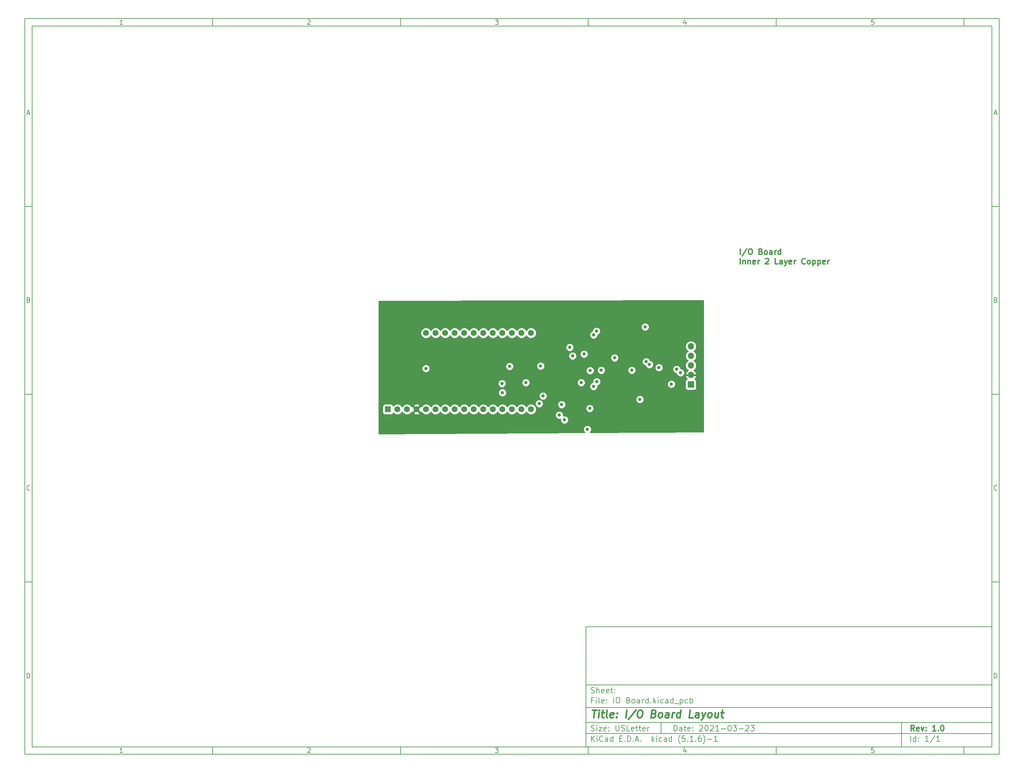
<source format=gbr>
G04 #@! TF.GenerationSoftware,KiCad,Pcbnew,(5.1.6)-1*
G04 #@! TF.CreationDate,2021-03-23T17:10:19-04:00*
G04 #@! TF.ProjectId,IO Board,494f2042-6f61-4726-942e-6b696361645f,1.0*
G04 #@! TF.SameCoordinates,Original*
G04 #@! TF.FileFunction,Copper,L3,Inr*
G04 #@! TF.FilePolarity,Positive*
%FSLAX46Y46*%
G04 Gerber Fmt 4.6, Leading zero omitted, Abs format (unit mm)*
G04 Created by KiCad (PCBNEW (5.1.6)-1) date 2021-03-23 17:10:19*
%MOMM*%
%LPD*%
G01*
G04 APERTURE LIST*
%ADD10C,0.100000*%
%ADD11C,0.150000*%
%ADD12C,0.300000*%
%ADD13C,0.400000*%
G04 #@! TA.AperFunction,NonConductor*
%ADD14C,0.300000*%
G04 #@! TD*
G04 #@! TA.AperFunction,ViaPad*
%ADD15C,1.600000*%
G04 #@! TD*
G04 #@! TA.AperFunction,ViaPad*
%ADD16R,1.600000X1.600000*%
G04 #@! TD*
G04 #@! TA.AperFunction,ViaPad*
%ADD17R,1.700000X1.700000*%
G04 #@! TD*
G04 #@! TA.AperFunction,ViaPad*
%ADD18O,1.700000X1.700000*%
G04 #@! TD*
G04 #@! TA.AperFunction,ViaPad*
%ADD19C,0.889000*%
G04 #@! TD*
G04 #@! TA.AperFunction,Conductor*
%ADD20C,0.254000*%
G04 #@! TD*
G04 APERTURE END LIST*
D10*
D11*
X159400000Y-171900000D02*
X159400000Y-203900000D01*
X267400000Y-203900000D01*
X267400000Y-171900000D01*
X159400000Y-171900000D01*
D10*
D11*
X10000000Y-10000000D02*
X10000000Y-205900000D01*
X269400000Y-205900000D01*
X269400000Y-10000000D01*
X10000000Y-10000000D01*
D10*
D11*
X12000000Y-12000000D02*
X12000000Y-203900000D01*
X267400000Y-203900000D01*
X267400000Y-12000000D01*
X12000000Y-12000000D01*
D10*
D11*
X60000000Y-12000000D02*
X60000000Y-10000000D01*
D10*
D11*
X110000000Y-12000000D02*
X110000000Y-10000000D01*
D10*
D11*
X160000000Y-12000000D02*
X160000000Y-10000000D01*
D10*
D11*
X210000000Y-12000000D02*
X210000000Y-10000000D01*
D10*
D11*
X260000000Y-12000000D02*
X260000000Y-10000000D01*
D10*
D11*
X36065476Y-11588095D02*
X35322619Y-11588095D01*
X35694047Y-11588095D02*
X35694047Y-10288095D01*
X35570238Y-10473809D01*
X35446428Y-10597619D01*
X35322619Y-10659523D01*
D10*
D11*
X85322619Y-10411904D02*
X85384523Y-10350000D01*
X85508333Y-10288095D01*
X85817857Y-10288095D01*
X85941666Y-10350000D01*
X86003571Y-10411904D01*
X86065476Y-10535714D01*
X86065476Y-10659523D01*
X86003571Y-10845238D01*
X85260714Y-11588095D01*
X86065476Y-11588095D01*
D10*
D11*
X135260714Y-10288095D02*
X136065476Y-10288095D01*
X135632142Y-10783333D01*
X135817857Y-10783333D01*
X135941666Y-10845238D01*
X136003571Y-10907142D01*
X136065476Y-11030952D01*
X136065476Y-11340476D01*
X136003571Y-11464285D01*
X135941666Y-11526190D01*
X135817857Y-11588095D01*
X135446428Y-11588095D01*
X135322619Y-11526190D01*
X135260714Y-11464285D01*
D10*
D11*
X185941666Y-10721428D02*
X185941666Y-11588095D01*
X185632142Y-10226190D02*
X185322619Y-11154761D01*
X186127380Y-11154761D01*
D10*
D11*
X236003571Y-10288095D02*
X235384523Y-10288095D01*
X235322619Y-10907142D01*
X235384523Y-10845238D01*
X235508333Y-10783333D01*
X235817857Y-10783333D01*
X235941666Y-10845238D01*
X236003571Y-10907142D01*
X236065476Y-11030952D01*
X236065476Y-11340476D01*
X236003571Y-11464285D01*
X235941666Y-11526190D01*
X235817857Y-11588095D01*
X235508333Y-11588095D01*
X235384523Y-11526190D01*
X235322619Y-11464285D01*
D10*
D11*
X60000000Y-203900000D02*
X60000000Y-205900000D01*
D10*
D11*
X110000000Y-203900000D02*
X110000000Y-205900000D01*
D10*
D11*
X160000000Y-203900000D02*
X160000000Y-205900000D01*
D10*
D11*
X210000000Y-203900000D02*
X210000000Y-205900000D01*
D10*
D11*
X260000000Y-203900000D02*
X260000000Y-205900000D01*
D10*
D11*
X36065476Y-205488095D02*
X35322619Y-205488095D01*
X35694047Y-205488095D02*
X35694047Y-204188095D01*
X35570238Y-204373809D01*
X35446428Y-204497619D01*
X35322619Y-204559523D01*
D10*
D11*
X85322619Y-204311904D02*
X85384523Y-204250000D01*
X85508333Y-204188095D01*
X85817857Y-204188095D01*
X85941666Y-204250000D01*
X86003571Y-204311904D01*
X86065476Y-204435714D01*
X86065476Y-204559523D01*
X86003571Y-204745238D01*
X85260714Y-205488095D01*
X86065476Y-205488095D01*
D10*
D11*
X135260714Y-204188095D02*
X136065476Y-204188095D01*
X135632142Y-204683333D01*
X135817857Y-204683333D01*
X135941666Y-204745238D01*
X136003571Y-204807142D01*
X136065476Y-204930952D01*
X136065476Y-205240476D01*
X136003571Y-205364285D01*
X135941666Y-205426190D01*
X135817857Y-205488095D01*
X135446428Y-205488095D01*
X135322619Y-205426190D01*
X135260714Y-205364285D01*
D10*
D11*
X185941666Y-204621428D02*
X185941666Y-205488095D01*
X185632142Y-204126190D02*
X185322619Y-205054761D01*
X186127380Y-205054761D01*
D10*
D11*
X236003571Y-204188095D02*
X235384523Y-204188095D01*
X235322619Y-204807142D01*
X235384523Y-204745238D01*
X235508333Y-204683333D01*
X235817857Y-204683333D01*
X235941666Y-204745238D01*
X236003571Y-204807142D01*
X236065476Y-204930952D01*
X236065476Y-205240476D01*
X236003571Y-205364285D01*
X235941666Y-205426190D01*
X235817857Y-205488095D01*
X235508333Y-205488095D01*
X235384523Y-205426190D01*
X235322619Y-205364285D01*
D10*
D11*
X10000000Y-60000000D02*
X12000000Y-60000000D01*
D10*
D11*
X10000000Y-110000000D02*
X12000000Y-110000000D01*
D10*
D11*
X10000000Y-160000000D02*
X12000000Y-160000000D01*
D10*
D11*
X10690476Y-35216666D02*
X11309523Y-35216666D01*
X10566666Y-35588095D02*
X11000000Y-34288095D01*
X11433333Y-35588095D01*
D10*
D11*
X11092857Y-84907142D02*
X11278571Y-84969047D01*
X11340476Y-85030952D01*
X11402380Y-85154761D01*
X11402380Y-85340476D01*
X11340476Y-85464285D01*
X11278571Y-85526190D01*
X11154761Y-85588095D01*
X10659523Y-85588095D01*
X10659523Y-84288095D01*
X11092857Y-84288095D01*
X11216666Y-84350000D01*
X11278571Y-84411904D01*
X11340476Y-84535714D01*
X11340476Y-84659523D01*
X11278571Y-84783333D01*
X11216666Y-84845238D01*
X11092857Y-84907142D01*
X10659523Y-84907142D01*
D10*
D11*
X11402380Y-135464285D02*
X11340476Y-135526190D01*
X11154761Y-135588095D01*
X11030952Y-135588095D01*
X10845238Y-135526190D01*
X10721428Y-135402380D01*
X10659523Y-135278571D01*
X10597619Y-135030952D01*
X10597619Y-134845238D01*
X10659523Y-134597619D01*
X10721428Y-134473809D01*
X10845238Y-134350000D01*
X11030952Y-134288095D01*
X11154761Y-134288095D01*
X11340476Y-134350000D01*
X11402380Y-134411904D01*
D10*
D11*
X10659523Y-185588095D02*
X10659523Y-184288095D01*
X10969047Y-184288095D01*
X11154761Y-184350000D01*
X11278571Y-184473809D01*
X11340476Y-184597619D01*
X11402380Y-184845238D01*
X11402380Y-185030952D01*
X11340476Y-185278571D01*
X11278571Y-185402380D01*
X11154761Y-185526190D01*
X10969047Y-185588095D01*
X10659523Y-185588095D01*
D10*
D11*
X269400000Y-60000000D02*
X267400000Y-60000000D01*
D10*
D11*
X269400000Y-110000000D02*
X267400000Y-110000000D01*
D10*
D11*
X269400000Y-160000000D02*
X267400000Y-160000000D01*
D10*
D11*
X268090476Y-35216666D02*
X268709523Y-35216666D01*
X267966666Y-35588095D02*
X268400000Y-34288095D01*
X268833333Y-35588095D01*
D10*
D11*
X268492857Y-84907142D02*
X268678571Y-84969047D01*
X268740476Y-85030952D01*
X268802380Y-85154761D01*
X268802380Y-85340476D01*
X268740476Y-85464285D01*
X268678571Y-85526190D01*
X268554761Y-85588095D01*
X268059523Y-85588095D01*
X268059523Y-84288095D01*
X268492857Y-84288095D01*
X268616666Y-84350000D01*
X268678571Y-84411904D01*
X268740476Y-84535714D01*
X268740476Y-84659523D01*
X268678571Y-84783333D01*
X268616666Y-84845238D01*
X268492857Y-84907142D01*
X268059523Y-84907142D01*
D10*
D11*
X268802380Y-135464285D02*
X268740476Y-135526190D01*
X268554761Y-135588095D01*
X268430952Y-135588095D01*
X268245238Y-135526190D01*
X268121428Y-135402380D01*
X268059523Y-135278571D01*
X267997619Y-135030952D01*
X267997619Y-134845238D01*
X268059523Y-134597619D01*
X268121428Y-134473809D01*
X268245238Y-134350000D01*
X268430952Y-134288095D01*
X268554761Y-134288095D01*
X268740476Y-134350000D01*
X268802380Y-134411904D01*
D10*
D11*
X268059523Y-185588095D02*
X268059523Y-184288095D01*
X268369047Y-184288095D01*
X268554761Y-184350000D01*
X268678571Y-184473809D01*
X268740476Y-184597619D01*
X268802380Y-184845238D01*
X268802380Y-185030952D01*
X268740476Y-185278571D01*
X268678571Y-185402380D01*
X268554761Y-185526190D01*
X268369047Y-185588095D01*
X268059523Y-185588095D01*
D10*
D11*
X182832142Y-199678571D02*
X182832142Y-198178571D01*
X183189285Y-198178571D01*
X183403571Y-198250000D01*
X183546428Y-198392857D01*
X183617857Y-198535714D01*
X183689285Y-198821428D01*
X183689285Y-199035714D01*
X183617857Y-199321428D01*
X183546428Y-199464285D01*
X183403571Y-199607142D01*
X183189285Y-199678571D01*
X182832142Y-199678571D01*
X184975000Y-199678571D02*
X184975000Y-198892857D01*
X184903571Y-198750000D01*
X184760714Y-198678571D01*
X184475000Y-198678571D01*
X184332142Y-198750000D01*
X184975000Y-199607142D02*
X184832142Y-199678571D01*
X184475000Y-199678571D01*
X184332142Y-199607142D01*
X184260714Y-199464285D01*
X184260714Y-199321428D01*
X184332142Y-199178571D01*
X184475000Y-199107142D01*
X184832142Y-199107142D01*
X184975000Y-199035714D01*
X185475000Y-198678571D02*
X186046428Y-198678571D01*
X185689285Y-198178571D02*
X185689285Y-199464285D01*
X185760714Y-199607142D01*
X185903571Y-199678571D01*
X186046428Y-199678571D01*
X187117857Y-199607142D02*
X186975000Y-199678571D01*
X186689285Y-199678571D01*
X186546428Y-199607142D01*
X186475000Y-199464285D01*
X186475000Y-198892857D01*
X186546428Y-198750000D01*
X186689285Y-198678571D01*
X186975000Y-198678571D01*
X187117857Y-198750000D01*
X187189285Y-198892857D01*
X187189285Y-199035714D01*
X186475000Y-199178571D01*
X187832142Y-199535714D02*
X187903571Y-199607142D01*
X187832142Y-199678571D01*
X187760714Y-199607142D01*
X187832142Y-199535714D01*
X187832142Y-199678571D01*
X187832142Y-198750000D02*
X187903571Y-198821428D01*
X187832142Y-198892857D01*
X187760714Y-198821428D01*
X187832142Y-198750000D01*
X187832142Y-198892857D01*
X189617857Y-198321428D02*
X189689285Y-198250000D01*
X189832142Y-198178571D01*
X190189285Y-198178571D01*
X190332142Y-198250000D01*
X190403571Y-198321428D01*
X190475000Y-198464285D01*
X190475000Y-198607142D01*
X190403571Y-198821428D01*
X189546428Y-199678571D01*
X190475000Y-199678571D01*
X191403571Y-198178571D02*
X191546428Y-198178571D01*
X191689285Y-198250000D01*
X191760714Y-198321428D01*
X191832142Y-198464285D01*
X191903571Y-198750000D01*
X191903571Y-199107142D01*
X191832142Y-199392857D01*
X191760714Y-199535714D01*
X191689285Y-199607142D01*
X191546428Y-199678571D01*
X191403571Y-199678571D01*
X191260714Y-199607142D01*
X191189285Y-199535714D01*
X191117857Y-199392857D01*
X191046428Y-199107142D01*
X191046428Y-198750000D01*
X191117857Y-198464285D01*
X191189285Y-198321428D01*
X191260714Y-198250000D01*
X191403571Y-198178571D01*
X192475000Y-198321428D02*
X192546428Y-198250000D01*
X192689285Y-198178571D01*
X193046428Y-198178571D01*
X193189285Y-198250000D01*
X193260714Y-198321428D01*
X193332142Y-198464285D01*
X193332142Y-198607142D01*
X193260714Y-198821428D01*
X192403571Y-199678571D01*
X193332142Y-199678571D01*
X194760714Y-199678571D02*
X193903571Y-199678571D01*
X194332142Y-199678571D02*
X194332142Y-198178571D01*
X194189285Y-198392857D01*
X194046428Y-198535714D01*
X193903571Y-198607142D01*
X195403571Y-199107142D02*
X196546428Y-199107142D01*
X197546428Y-198178571D02*
X197689285Y-198178571D01*
X197832142Y-198250000D01*
X197903571Y-198321428D01*
X197975000Y-198464285D01*
X198046428Y-198750000D01*
X198046428Y-199107142D01*
X197975000Y-199392857D01*
X197903571Y-199535714D01*
X197832142Y-199607142D01*
X197689285Y-199678571D01*
X197546428Y-199678571D01*
X197403571Y-199607142D01*
X197332142Y-199535714D01*
X197260714Y-199392857D01*
X197189285Y-199107142D01*
X197189285Y-198750000D01*
X197260714Y-198464285D01*
X197332142Y-198321428D01*
X197403571Y-198250000D01*
X197546428Y-198178571D01*
X198546428Y-198178571D02*
X199475000Y-198178571D01*
X198975000Y-198750000D01*
X199189285Y-198750000D01*
X199332142Y-198821428D01*
X199403571Y-198892857D01*
X199475000Y-199035714D01*
X199475000Y-199392857D01*
X199403571Y-199535714D01*
X199332142Y-199607142D01*
X199189285Y-199678571D01*
X198760714Y-199678571D01*
X198617857Y-199607142D01*
X198546428Y-199535714D01*
X200117857Y-199107142D02*
X201260714Y-199107142D01*
X201903571Y-198321428D02*
X201975000Y-198250000D01*
X202117857Y-198178571D01*
X202475000Y-198178571D01*
X202617857Y-198250000D01*
X202689285Y-198321428D01*
X202760714Y-198464285D01*
X202760714Y-198607142D01*
X202689285Y-198821428D01*
X201832142Y-199678571D01*
X202760714Y-199678571D01*
X203260714Y-198178571D02*
X204189285Y-198178571D01*
X203689285Y-198750000D01*
X203903571Y-198750000D01*
X204046428Y-198821428D01*
X204117857Y-198892857D01*
X204189285Y-199035714D01*
X204189285Y-199392857D01*
X204117857Y-199535714D01*
X204046428Y-199607142D01*
X203903571Y-199678571D01*
X203475000Y-199678571D01*
X203332142Y-199607142D01*
X203260714Y-199535714D01*
D10*
D11*
X159400000Y-200400000D02*
X267400000Y-200400000D01*
D10*
D11*
X160832142Y-202478571D02*
X160832142Y-200978571D01*
X161689285Y-202478571D02*
X161046428Y-201621428D01*
X161689285Y-200978571D02*
X160832142Y-201835714D01*
X162332142Y-202478571D02*
X162332142Y-201478571D01*
X162332142Y-200978571D02*
X162260714Y-201050000D01*
X162332142Y-201121428D01*
X162403571Y-201050000D01*
X162332142Y-200978571D01*
X162332142Y-201121428D01*
X163903571Y-202335714D02*
X163832142Y-202407142D01*
X163617857Y-202478571D01*
X163475000Y-202478571D01*
X163260714Y-202407142D01*
X163117857Y-202264285D01*
X163046428Y-202121428D01*
X162975000Y-201835714D01*
X162975000Y-201621428D01*
X163046428Y-201335714D01*
X163117857Y-201192857D01*
X163260714Y-201050000D01*
X163475000Y-200978571D01*
X163617857Y-200978571D01*
X163832142Y-201050000D01*
X163903571Y-201121428D01*
X165189285Y-202478571D02*
X165189285Y-201692857D01*
X165117857Y-201550000D01*
X164975000Y-201478571D01*
X164689285Y-201478571D01*
X164546428Y-201550000D01*
X165189285Y-202407142D02*
X165046428Y-202478571D01*
X164689285Y-202478571D01*
X164546428Y-202407142D01*
X164475000Y-202264285D01*
X164475000Y-202121428D01*
X164546428Y-201978571D01*
X164689285Y-201907142D01*
X165046428Y-201907142D01*
X165189285Y-201835714D01*
X166546428Y-202478571D02*
X166546428Y-200978571D01*
X166546428Y-202407142D02*
X166403571Y-202478571D01*
X166117857Y-202478571D01*
X165975000Y-202407142D01*
X165903571Y-202335714D01*
X165832142Y-202192857D01*
X165832142Y-201764285D01*
X165903571Y-201621428D01*
X165975000Y-201550000D01*
X166117857Y-201478571D01*
X166403571Y-201478571D01*
X166546428Y-201550000D01*
X168403571Y-201692857D02*
X168903571Y-201692857D01*
X169117857Y-202478571D02*
X168403571Y-202478571D01*
X168403571Y-200978571D01*
X169117857Y-200978571D01*
X169760714Y-202335714D02*
X169832142Y-202407142D01*
X169760714Y-202478571D01*
X169689285Y-202407142D01*
X169760714Y-202335714D01*
X169760714Y-202478571D01*
X170475000Y-202478571D02*
X170475000Y-200978571D01*
X170832142Y-200978571D01*
X171046428Y-201050000D01*
X171189285Y-201192857D01*
X171260714Y-201335714D01*
X171332142Y-201621428D01*
X171332142Y-201835714D01*
X171260714Y-202121428D01*
X171189285Y-202264285D01*
X171046428Y-202407142D01*
X170832142Y-202478571D01*
X170475000Y-202478571D01*
X171975000Y-202335714D02*
X172046428Y-202407142D01*
X171975000Y-202478571D01*
X171903571Y-202407142D01*
X171975000Y-202335714D01*
X171975000Y-202478571D01*
X172617857Y-202050000D02*
X173332142Y-202050000D01*
X172475000Y-202478571D02*
X172975000Y-200978571D01*
X173475000Y-202478571D01*
X173975000Y-202335714D02*
X174046428Y-202407142D01*
X173975000Y-202478571D01*
X173903571Y-202407142D01*
X173975000Y-202335714D01*
X173975000Y-202478571D01*
X176975000Y-202478571D02*
X176975000Y-200978571D01*
X177117857Y-201907142D02*
X177546428Y-202478571D01*
X177546428Y-201478571D02*
X176975000Y-202050000D01*
X178189285Y-202478571D02*
X178189285Y-201478571D01*
X178189285Y-200978571D02*
X178117857Y-201050000D01*
X178189285Y-201121428D01*
X178260714Y-201050000D01*
X178189285Y-200978571D01*
X178189285Y-201121428D01*
X179546428Y-202407142D02*
X179403571Y-202478571D01*
X179117857Y-202478571D01*
X178975000Y-202407142D01*
X178903571Y-202335714D01*
X178832142Y-202192857D01*
X178832142Y-201764285D01*
X178903571Y-201621428D01*
X178975000Y-201550000D01*
X179117857Y-201478571D01*
X179403571Y-201478571D01*
X179546428Y-201550000D01*
X180832142Y-202478571D02*
X180832142Y-201692857D01*
X180760714Y-201550000D01*
X180617857Y-201478571D01*
X180332142Y-201478571D01*
X180189285Y-201550000D01*
X180832142Y-202407142D02*
X180689285Y-202478571D01*
X180332142Y-202478571D01*
X180189285Y-202407142D01*
X180117857Y-202264285D01*
X180117857Y-202121428D01*
X180189285Y-201978571D01*
X180332142Y-201907142D01*
X180689285Y-201907142D01*
X180832142Y-201835714D01*
X182189285Y-202478571D02*
X182189285Y-200978571D01*
X182189285Y-202407142D02*
X182046428Y-202478571D01*
X181760714Y-202478571D01*
X181617857Y-202407142D01*
X181546428Y-202335714D01*
X181475000Y-202192857D01*
X181475000Y-201764285D01*
X181546428Y-201621428D01*
X181617857Y-201550000D01*
X181760714Y-201478571D01*
X182046428Y-201478571D01*
X182189285Y-201550000D01*
X184475000Y-203050000D02*
X184403571Y-202978571D01*
X184260714Y-202764285D01*
X184189285Y-202621428D01*
X184117857Y-202407142D01*
X184046428Y-202050000D01*
X184046428Y-201764285D01*
X184117857Y-201407142D01*
X184189285Y-201192857D01*
X184260714Y-201050000D01*
X184403571Y-200835714D01*
X184475000Y-200764285D01*
X185760714Y-200978571D02*
X185046428Y-200978571D01*
X184975000Y-201692857D01*
X185046428Y-201621428D01*
X185189285Y-201550000D01*
X185546428Y-201550000D01*
X185689285Y-201621428D01*
X185760714Y-201692857D01*
X185832142Y-201835714D01*
X185832142Y-202192857D01*
X185760714Y-202335714D01*
X185689285Y-202407142D01*
X185546428Y-202478571D01*
X185189285Y-202478571D01*
X185046428Y-202407142D01*
X184975000Y-202335714D01*
X186475000Y-202335714D02*
X186546428Y-202407142D01*
X186475000Y-202478571D01*
X186403571Y-202407142D01*
X186475000Y-202335714D01*
X186475000Y-202478571D01*
X187975000Y-202478571D02*
X187117857Y-202478571D01*
X187546428Y-202478571D02*
X187546428Y-200978571D01*
X187403571Y-201192857D01*
X187260714Y-201335714D01*
X187117857Y-201407142D01*
X188617857Y-202335714D02*
X188689285Y-202407142D01*
X188617857Y-202478571D01*
X188546428Y-202407142D01*
X188617857Y-202335714D01*
X188617857Y-202478571D01*
X189975000Y-200978571D02*
X189689285Y-200978571D01*
X189546428Y-201050000D01*
X189475000Y-201121428D01*
X189332142Y-201335714D01*
X189260714Y-201621428D01*
X189260714Y-202192857D01*
X189332142Y-202335714D01*
X189403571Y-202407142D01*
X189546428Y-202478571D01*
X189832142Y-202478571D01*
X189975000Y-202407142D01*
X190046428Y-202335714D01*
X190117857Y-202192857D01*
X190117857Y-201835714D01*
X190046428Y-201692857D01*
X189975000Y-201621428D01*
X189832142Y-201550000D01*
X189546428Y-201550000D01*
X189403571Y-201621428D01*
X189332142Y-201692857D01*
X189260714Y-201835714D01*
X190617857Y-203050000D02*
X190689285Y-202978571D01*
X190832142Y-202764285D01*
X190903571Y-202621428D01*
X190975000Y-202407142D01*
X191046428Y-202050000D01*
X191046428Y-201764285D01*
X190975000Y-201407142D01*
X190903571Y-201192857D01*
X190832142Y-201050000D01*
X190689285Y-200835714D01*
X190617857Y-200764285D01*
X191760714Y-201907142D02*
X192903571Y-201907142D01*
X194403571Y-202478571D02*
X193546428Y-202478571D01*
X193975000Y-202478571D02*
X193975000Y-200978571D01*
X193832142Y-201192857D01*
X193689285Y-201335714D01*
X193546428Y-201407142D01*
D10*
D11*
X159400000Y-197400000D02*
X267400000Y-197400000D01*
D10*
D12*
X246809285Y-199678571D02*
X246309285Y-198964285D01*
X245952142Y-199678571D02*
X245952142Y-198178571D01*
X246523571Y-198178571D01*
X246666428Y-198250000D01*
X246737857Y-198321428D01*
X246809285Y-198464285D01*
X246809285Y-198678571D01*
X246737857Y-198821428D01*
X246666428Y-198892857D01*
X246523571Y-198964285D01*
X245952142Y-198964285D01*
X248023571Y-199607142D02*
X247880714Y-199678571D01*
X247595000Y-199678571D01*
X247452142Y-199607142D01*
X247380714Y-199464285D01*
X247380714Y-198892857D01*
X247452142Y-198750000D01*
X247595000Y-198678571D01*
X247880714Y-198678571D01*
X248023571Y-198750000D01*
X248095000Y-198892857D01*
X248095000Y-199035714D01*
X247380714Y-199178571D01*
X248595000Y-198678571D02*
X248952142Y-199678571D01*
X249309285Y-198678571D01*
X249880714Y-199535714D02*
X249952142Y-199607142D01*
X249880714Y-199678571D01*
X249809285Y-199607142D01*
X249880714Y-199535714D01*
X249880714Y-199678571D01*
X249880714Y-198750000D02*
X249952142Y-198821428D01*
X249880714Y-198892857D01*
X249809285Y-198821428D01*
X249880714Y-198750000D01*
X249880714Y-198892857D01*
X252523571Y-199678571D02*
X251666428Y-199678571D01*
X252095000Y-199678571D02*
X252095000Y-198178571D01*
X251952142Y-198392857D01*
X251809285Y-198535714D01*
X251666428Y-198607142D01*
X253166428Y-199535714D02*
X253237857Y-199607142D01*
X253166428Y-199678571D01*
X253095000Y-199607142D01*
X253166428Y-199535714D01*
X253166428Y-199678571D01*
X254166428Y-198178571D02*
X254309285Y-198178571D01*
X254452142Y-198250000D01*
X254523571Y-198321428D01*
X254595000Y-198464285D01*
X254666428Y-198750000D01*
X254666428Y-199107142D01*
X254595000Y-199392857D01*
X254523571Y-199535714D01*
X254452142Y-199607142D01*
X254309285Y-199678571D01*
X254166428Y-199678571D01*
X254023571Y-199607142D01*
X253952142Y-199535714D01*
X253880714Y-199392857D01*
X253809285Y-199107142D01*
X253809285Y-198750000D01*
X253880714Y-198464285D01*
X253952142Y-198321428D01*
X254023571Y-198250000D01*
X254166428Y-198178571D01*
D10*
D11*
X160760714Y-199607142D02*
X160975000Y-199678571D01*
X161332142Y-199678571D01*
X161475000Y-199607142D01*
X161546428Y-199535714D01*
X161617857Y-199392857D01*
X161617857Y-199250000D01*
X161546428Y-199107142D01*
X161475000Y-199035714D01*
X161332142Y-198964285D01*
X161046428Y-198892857D01*
X160903571Y-198821428D01*
X160832142Y-198750000D01*
X160760714Y-198607142D01*
X160760714Y-198464285D01*
X160832142Y-198321428D01*
X160903571Y-198250000D01*
X161046428Y-198178571D01*
X161403571Y-198178571D01*
X161617857Y-198250000D01*
X162260714Y-199678571D02*
X162260714Y-198678571D01*
X162260714Y-198178571D02*
X162189285Y-198250000D01*
X162260714Y-198321428D01*
X162332142Y-198250000D01*
X162260714Y-198178571D01*
X162260714Y-198321428D01*
X162832142Y-198678571D02*
X163617857Y-198678571D01*
X162832142Y-199678571D01*
X163617857Y-199678571D01*
X164760714Y-199607142D02*
X164617857Y-199678571D01*
X164332142Y-199678571D01*
X164189285Y-199607142D01*
X164117857Y-199464285D01*
X164117857Y-198892857D01*
X164189285Y-198750000D01*
X164332142Y-198678571D01*
X164617857Y-198678571D01*
X164760714Y-198750000D01*
X164832142Y-198892857D01*
X164832142Y-199035714D01*
X164117857Y-199178571D01*
X165475000Y-199535714D02*
X165546428Y-199607142D01*
X165475000Y-199678571D01*
X165403571Y-199607142D01*
X165475000Y-199535714D01*
X165475000Y-199678571D01*
X165475000Y-198750000D02*
X165546428Y-198821428D01*
X165475000Y-198892857D01*
X165403571Y-198821428D01*
X165475000Y-198750000D01*
X165475000Y-198892857D01*
X167332142Y-198178571D02*
X167332142Y-199392857D01*
X167403571Y-199535714D01*
X167475000Y-199607142D01*
X167617857Y-199678571D01*
X167903571Y-199678571D01*
X168046428Y-199607142D01*
X168117857Y-199535714D01*
X168189285Y-199392857D01*
X168189285Y-198178571D01*
X168832142Y-199607142D02*
X169046428Y-199678571D01*
X169403571Y-199678571D01*
X169546428Y-199607142D01*
X169617857Y-199535714D01*
X169689285Y-199392857D01*
X169689285Y-199250000D01*
X169617857Y-199107142D01*
X169546428Y-199035714D01*
X169403571Y-198964285D01*
X169117857Y-198892857D01*
X168975000Y-198821428D01*
X168903571Y-198750000D01*
X168832142Y-198607142D01*
X168832142Y-198464285D01*
X168903571Y-198321428D01*
X168975000Y-198250000D01*
X169117857Y-198178571D01*
X169475000Y-198178571D01*
X169689285Y-198250000D01*
X171046428Y-199678571D02*
X170332142Y-199678571D01*
X170332142Y-198178571D01*
X172117857Y-199607142D02*
X171975000Y-199678571D01*
X171689285Y-199678571D01*
X171546428Y-199607142D01*
X171475000Y-199464285D01*
X171475000Y-198892857D01*
X171546428Y-198750000D01*
X171689285Y-198678571D01*
X171975000Y-198678571D01*
X172117857Y-198750000D01*
X172189285Y-198892857D01*
X172189285Y-199035714D01*
X171475000Y-199178571D01*
X172617857Y-198678571D02*
X173189285Y-198678571D01*
X172832142Y-198178571D02*
X172832142Y-199464285D01*
X172903571Y-199607142D01*
X173046428Y-199678571D01*
X173189285Y-199678571D01*
X173475000Y-198678571D02*
X174046428Y-198678571D01*
X173689285Y-198178571D02*
X173689285Y-199464285D01*
X173760714Y-199607142D01*
X173903571Y-199678571D01*
X174046428Y-199678571D01*
X175117857Y-199607142D02*
X174975000Y-199678571D01*
X174689285Y-199678571D01*
X174546428Y-199607142D01*
X174475000Y-199464285D01*
X174475000Y-198892857D01*
X174546428Y-198750000D01*
X174689285Y-198678571D01*
X174975000Y-198678571D01*
X175117857Y-198750000D01*
X175189285Y-198892857D01*
X175189285Y-199035714D01*
X174475000Y-199178571D01*
X175832142Y-199678571D02*
X175832142Y-198678571D01*
X175832142Y-198964285D02*
X175903571Y-198821428D01*
X175975000Y-198750000D01*
X176117857Y-198678571D01*
X176260714Y-198678571D01*
D10*
D11*
X245832142Y-202478571D02*
X245832142Y-200978571D01*
X247189285Y-202478571D02*
X247189285Y-200978571D01*
X247189285Y-202407142D02*
X247046428Y-202478571D01*
X246760714Y-202478571D01*
X246617857Y-202407142D01*
X246546428Y-202335714D01*
X246475000Y-202192857D01*
X246475000Y-201764285D01*
X246546428Y-201621428D01*
X246617857Y-201550000D01*
X246760714Y-201478571D01*
X247046428Y-201478571D01*
X247189285Y-201550000D01*
X247903571Y-202335714D02*
X247975000Y-202407142D01*
X247903571Y-202478571D01*
X247832142Y-202407142D01*
X247903571Y-202335714D01*
X247903571Y-202478571D01*
X247903571Y-201550000D02*
X247975000Y-201621428D01*
X247903571Y-201692857D01*
X247832142Y-201621428D01*
X247903571Y-201550000D01*
X247903571Y-201692857D01*
X250546428Y-202478571D02*
X249689285Y-202478571D01*
X250117857Y-202478571D02*
X250117857Y-200978571D01*
X249975000Y-201192857D01*
X249832142Y-201335714D01*
X249689285Y-201407142D01*
X252260714Y-200907142D02*
X250975000Y-202835714D01*
X253546428Y-202478571D02*
X252689285Y-202478571D01*
X253117857Y-202478571D02*
X253117857Y-200978571D01*
X252975000Y-201192857D01*
X252832142Y-201335714D01*
X252689285Y-201407142D01*
D10*
D11*
X159400000Y-193400000D02*
X267400000Y-193400000D01*
D10*
D13*
X161112380Y-194104761D02*
X162255238Y-194104761D01*
X161433809Y-196104761D02*
X161683809Y-194104761D01*
X162671904Y-196104761D02*
X162838571Y-194771428D01*
X162921904Y-194104761D02*
X162814761Y-194200000D01*
X162898095Y-194295238D01*
X163005238Y-194200000D01*
X162921904Y-194104761D01*
X162898095Y-194295238D01*
X163505238Y-194771428D02*
X164267142Y-194771428D01*
X163874285Y-194104761D02*
X163660000Y-195819047D01*
X163731428Y-196009523D01*
X163910000Y-196104761D01*
X164100476Y-196104761D01*
X165052857Y-196104761D02*
X164874285Y-196009523D01*
X164802857Y-195819047D01*
X165017142Y-194104761D01*
X166588571Y-196009523D02*
X166386190Y-196104761D01*
X166005238Y-196104761D01*
X165826666Y-196009523D01*
X165755238Y-195819047D01*
X165850476Y-195057142D01*
X165969523Y-194866666D01*
X166171904Y-194771428D01*
X166552857Y-194771428D01*
X166731428Y-194866666D01*
X166802857Y-195057142D01*
X166779047Y-195247619D01*
X165802857Y-195438095D01*
X167552857Y-195914285D02*
X167636190Y-196009523D01*
X167529047Y-196104761D01*
X167445714Y-196009523D01*
X167552857Y-195914285D01*
X167529047Y-196104761D01*
X167683809Y-194866666D02*
X167767142Y-194961904D01*
X167660000Y-195057142D01*
X167576666Y-194961904D01*
X167683809Y-194866666D01*
X167660000Y-195057142D01*
X170005238Y-196104761D02*
X170255238Y-194104761D01*
X172648095Y-194009523D02*
X170612380Y-196580952D01*
X173683809Y-194104761D02*
X174064761Y-194104761D01*
X174243333Y-194200000D01*
X174410000Y-194390476D01*
X174457619Y-194771428D01*
X174374285Y-195438095D01*
X174231428Y-195819047D01*
X174017142Y-196009523D01*
X173814761Y-196104761D01*
X173433809Y-196104761D01*
X173255238Y-196009523D01*
X173088571Y-195819047D01*
X173040952Y-195438095D01*
X173124285Y-194771428D01*
X173267142Y-194390476D01*
X173481428Y-194200000D01*
X173683809Y-194104761D01*
X177469523Y-195057142D02*
X177743333Y-195152380D01*
X177826666Y-195247619D01*
X177898095Y-195438095D01*
X177862380Y-195723809D01*
X177743333Y-195914285D01*
X177636190Y-196009523D01*
X177433809Y-196104761D01*
X176671904Y-196104761D01*
X176921904Y-194104761D01*
X177588571Y-194104761D01*
X177767142Y-194200000D01*
X177850476Y-194295238D01*
X177921904Y-194485714D01*
X177898095Y-194676190D01*
X177779047Y-194866666D01*
X177671904Y-194961904D01*
X177469523Y-195057142D01*
X176802857Y-195057142D01*
X178957619Y-196104761D02*
X178779047Y-196009523D01*
X178695714Y-195914285D01*
X178624285Y-195723809D01*
X178695714Y-195152380D01*
X178814761Y-194961904D01*
X178921904Y-194866666D01*
X179124285Y-194771428D01*
X179410000Y-194771428D01*
X179588571Y-194866666D01*
X179671904Y-194961904D01*
X179743333Y-195152380D01*
X179671904Y-195723809D01*
X179552857Y-195914285D01*
X179445714Y-196009523D01*
X179243333Y-196104761D01*
X178957619Y-196104761D01*
X181338571Y-196104761D02*
X181469523Y-195057142D01*
X181398095Y-194866666D01*
X181219523Y-194771428D01*
X180838571Y-194771428D01*
X180636190Y-194866666D01*
X181350476Y-196009523D02*
X181148095Y-196104761D01*
X180671904Y-196104761D01*
X180493333Y-196009523D01*
X180421904Y-195819047D01*
X180445714Y-195628571D01*
X180564761Y-195438095D01*
X180767142Y-195342857D01*
X181243333Y-195342857D01*
X181445714Y-195247619D01*
X182290952Y-196104761D02*
X182457619Y-194771428D01*
X182410000Y-195152380D02*
X182529047Y-194961904D01*
X182636190Y-194866666D01*
X182838571Y-194771428D01*
X183029047Y-194771428D01*
X184386190Y-196104761D02*
X184636190Y-194104761D01*
X184398095Y-196009523D02*
X184195714Y-196104761D01*
X183814761Y-196104761D01*
X183636190Y-196009523D01*
X183552857Y-195914285D01*
X183481428Y-195723809D01*
X183552857Y-195152380D01*
X183671904Y-194961904D01*
X183779047Y-194866666D01*
X183981428Y-194771428D01*
X184362380Y-194771428D01*
X184540952Y-194866666D01*
X187814761Y-196104761D02*
X186862380Y-196104761D01*
X187112380Y-194104761D01*
X189338571Y-196104761D02*
X189469523Y-195057142D01*
X189398095Y-194866666D01*
X189219523Y-194771428D01*
X188838571Y-194771428D01*
X188636190Y-194866666D01*
X189350476Y-196009523D02*
X189148095Y-196104761D01*
X188671904Y-196104761D01*
X188493333Y-196009523D01*
X188421904Y-195819047D01*
X188445714Y-195628571D01*
X188564761Y-195438095D01*
X188767142Y-195342857D01*
X189243333Y-195342857D01*
X189445714Y-195247619D01*
X190267142Y-194771428D02*
X190576666Y-196104761D01*
X191219523Y-194771428D02*
X190576666Y-196104761D01*
X190326666Y-196580952D01*
X190219523Y-196676190D01*
X190017142Y-196771428D01*
X192100476Y-196104761D02*
X191921904Y-196009523D01*
X191838571Y-195914285D01*
X191767142Y-195723809D01*
X191838571Y-195152380D01*
X191957619Y-194961904D01*
X192064761Y-194866666D01*
X192267142Y-194771428D01*
X192552857Y-194771428D01*
X192731428Y-194866666D01*
X192814761Y-194961904D01*
X192886190Y-195152380D01*
X192814761Y-195723809D01*
X192695714Y-195914285D01*
X192588571Y-196009523D01*
X192386190Y-196104761D01*
X192100476Y-196104761D01*
X194648095Y-194771428D02*
X194481428Y-196104761D01*
X193790952Y-194771428D02*
X193660000Y-195819047D01*
X193731428Y-196009523D01*
X193910000Y-196104761D01*
X194195714Y-196104761D01*
X194398095Y-196009523D01*
X194505238Y-195914285D01*
X195314761Y-194771428D02*
X196076666Y-194771428D01*
X195683809Y-194104761D02*
X195469523Y-195819047D01*
X195540952Y-196009523D01*
X195719523Y-196104761D01*
X195910000Y-196104761D01*
D10*
D11*
X161332142Y-191492857D02*
X160832142Y-191492857D01*
X160832142Y-192278571D02*
X160832142Y-190778571D01*
X161546428Y-190778571D01*
X162117857Y-192278571D02*
X162117857Y-191278571D01*
X162117857Y-190778571D02*
X162046428Y-190850000D01*
X162117857Y-190921428D01*
X162189285Y-190850000D01*
X162117857Y-190778571D01*
X162117857Y-190921428D01*
X163046428Y-192278571D02*
X162903571Y-192207142D01*
X162832142Y-192064285D01*
X162832142Y-190778571D01*
X164189285Y-192207142D02*
X164046428Y-192278571D01*
X163760714Y-192278571D01*
X163617857Y-192207142D01*
X163546428Y-192064285D01*
X163546428Y-191492857D01*
X163617857Y-191350000D01*
X163760714Y-191278571D01*
X164046428Y-191278571D01*
X164189285Y-191350000D01*
X164260714Y-191492857D01*
X164260714Y-191635714D01*
X163546428Y-191778571D01*
X164903571Y-192135714D02*
X164975000Y-192207142D01*
X164903571Y-192278571D01*
X164832142Y-192207142D01*
X164903571Y-192135714D01*
X164903571Y-192278571D01*
X164903571Y-191350000D02*
X164975000Y-191421428D01*
X164903571Y-191492857D01*
X164832142Y-191421428D01*
X164903571Y-191350000D01*
X164903571Y-191492857D01*
X166760714Y-192278571D02*
X166760714Y-190778571D01*
X167760714Y-190778571D02*
X168046428Y-190778571D01*
X168189285Y-190850000D01*
X168332142Y-190992857D01*
X168403571Y-191278571D01*
X168403571Y-191778571D01*
X168332142Y-192064285D01*
X168189285Y-192207142D01*
X168046428Y-192278571D01*
X167760714Y-192278571D01*
X167617857Y-192207142D01*
X167475000Y-192064285D01*
X167403571Y-191778571D01*
X167403571Y-191278571D01*
X167475000Y-190992857D01*
X167617857Y-190850000D01*
X167760714Y-190778571D01*
X170689285Y-191492857D02*
X170903571Y-191564285D01*
X170975000Y-191635714D01*
X171046428Y-191778571D01*
X171046428Y-191992857D01*
X170975000Y-192135714D01*
X170903571Y-192207142D01*
X170760714Y-192278571D01*
X170189285Y-192278571D01*
X170189285Y-190778571D01*
X170689285Y-190778571D01*
X170832142Y-190850000D01*
X170903571Y-190921428D01*
X170975000Y-191064285D01*
X170975000Y-191207142D01*
X170903571Y-191350000D01*
X170832142Y-191421428D01*
X170689285Y-191492857D01*
X170189285Y-191492857D01*
X171903571Y-192278571D02*
X171760714Y-192207142D01*
X171689285Y-192135714D01*
X171617857Y-191992857D01*
X171617857Y-191564285D01*
X171689285Y-191421428D01*
X171760714Y-191350000D01*
X171903571Y-191278571D01*
X172117857Y-191278571D01*
X172260714Y-191350000D01*
X172332142Y-191421428D01*
X172403571Y-191564285D01*
X172403571Y-191992857D01*
X172332142Y-192135714D01*
X172260714Y-192207142D01*
X172117857Y-192278571D01*
X171903571Y-192278571D01*
X173689285Y-192278571D02*
X173689285Y-191492857D01*
X173617857Y-191350000D01*
X173475000Y-191278571D01*
X173189285Y-191278571D01*
X173046428Y-191350000D01*
X173689285Y-192207142D02*
X173546428Y-192278571D01*
X173189285Y-192278571D01*
X173046428Y-192207142D01*
X172975000Y-192064285D01*
X172975000Y-191921428D01*
X173046428Y-191778571D01*
X173189285Y-191707142D01*
X173546428Y-191707142D01*
X173689285Y-191635714D01*
X174403571Y-192278571D02*
X174403571Y-191278571D01*
X174403571Y-191564285D02*
X174475000Y-191421428D01*
X174546428Y-191350000D01*
X174689285Y-191278571D01*
X174832142Y-191278571D01*
X175975000Y-192278571D02*
X175975000Y-190778571D01*
X175975000Y-192207142D02*
X175832142Y-192278571D01*
X175546428Y-192278571D01*
X175403571Y-192207142D01*
X175332142Y-192135714D01*
X175260714Y-191992857D01*
X175260714Y-191564285D01*
X175332142Y-191421428D01*
X175403571Y-191350000D01*
X175546428Y-191278571D01*
X175832142Y-191278571D01*
X175975000Y-191350000D01*
X176689285Y-192135714D02*
X176760714Y-192207142D01*
X176689285Y-192278571D01*
X176617857Y-192207142D01*
X176689285Y-192135714D01*
X176689285Y-192278571D01*
X177403571Y-192278571D02*
X177403571Y-190778571D01*
X177546428Y-191707142D02*
X177975000Y-192278571D01*
X177975000Y-191278571D02*
X177403571Y-191850000D01*
X178617857Y-192278571D02*
X178617857Y-191278571D01*
X178617857Y-190778571D02*
X178546428Y-190850000D01*
X178617857Y-190921428D01*
X178689285Y-190850000D01*
X178617857Y-190778571D01*
X178617857Y-190921428D01*
X179975000Y-192207142D02*
X179832142Y-192278571D01*
X179546428Y-192278571D01*
X179403571Y-192207142D01*
X179332142Y-192135714D01*
X179260714Y-191992857D01*
X179260714Y-191564285D01*
X179332142Y-191421428D01*
X179403571Y-191350000D01*
X179546428Y-191278571D01*
X179832142Y-191278571D01*
X179975000Y-191350000D01*
X181260714Y-192278571D02*
X181260714Y-191492857D01*
X181189285Y-191350000D01*
X181046428Y-191278571D01*
X180760714Y-191278571D01*
X180617857Y-191350000D01*
X181260714Y-192207142D02*
X181117857Y-192278571D01*
X180760714Y-192278571D01*
X180617857Y-192207142D01*
X180546428Y-192064285D01*
X180546428Y-191921428D01*
X180617857Y-191778571D01*
X180760714Y-191707142D01*
X181117857Y-191707142D01*
X181260714Y-191635714D01*
X182617857Y-192278571D02*
X182617857Y-190778571D01*
X182617857Y-192207142D02*
X182475000Y-192278571D01*
X182189285Y-192278571D01*
X182046428Y-192207142D01*
X181975000Y-192135714D01*
X181903571Y-191992857D01*
X181903571Y-191564285D01*
X181975000Y-191421428D01*
X182046428Y-191350000D01*
X182189285Y-191278571D01*
X182475000Y-191278571D01*
X182617857Y-191350000D01*
X182975000Y-192421428D02*
X184117857Y-192421428D01*
X184475000Y-191278571D02*
X184475000Y-192778571D01*
X184475000Y-191350000D02*
X184617857Y-191278571D01*
X184903571Y-191278571D01*
X185046428Y-191350000D01*
X185117857Y-191421428D01*
X185189285Y-191564285D01*
X185189285Y-191992857D01*
X185117857Y-192135714D01*
X185046428Y-192207142D01*
X184903571Y-192278571D01*
X184617857Y-192278571D01*
X184475000Y-192207142D01*
X186475000Y-192207142D02*
X186332142Y-192278571D01*
X186046428Y-192278571D01*
X185903571Y-192207142D01*
X185832142Y-192135714D01*
X185760714Y-191992857D01*
X185760714Y-191564285D01*
X185832142Y-191421428D01*
X185903571Y-191350000D01*
X186046428Y-191278571D01*
X186332142Y-191278571D01*
X186475000Y-191350000D01*
X187117857Y-192278571D02*
X187117857Y-190778571D01*
X187117857Y-191350000D02*
X187260714Y-191278571D01*
X187546428Y-191278571D01*
X187689285Y-191350000D01*
X187760714Y-191421428D01*
X187832142Y-191564285D01*
X187832142Y-191992857D01*
X187760714Y-192135714D01*
X187689285Y-192207142D01*
X187546428Y-192278571D01*
X187260714Y-192278571D01*
X187117857Y-192207142D01*
D10*
D11*
X159400000Y-187400000D02*
X267400000Y-187400000D01*
D10*
D11*
X160760714Y-189507142D02*
X160975000Y-189578571D01*
X161332142Y-189578571D01*
X161475000Y-189507142D01*
X161546428Y-189435714D01*
X161617857Y-189292857D01*
X161617857Y-189150000D01*
X161546428Y-189007142D01*
X161475000Y-188935714D01*
X161332142Y-188864285D01*
X161046428Y-188792857D01*
X160903571Y-188721428D01*
X160832142Y-188650000D01*
X160760714Y-188507142D01*
X160760714Y-188364285D01*
X160832142Y-188221428D01*
X160903571Y-188150000D01*
X161046428Y-188078571D01*
X161403571Y-188078571D01*
X161617857Y-188150000D01*
X162260714Y-189578571D02*
X162260714Y-188078571D01*
X162903571Y-189578571D02*
X162903571Y-188792857D01*
X162832142Y-188650000D01*
X162689285Y-188578571D01*
X162475000Y-188578571D01*
X162332142Y-188650000D01*
X162260714Y-188721428D01*
X164189285Y-189507142D02*
X164046428Y-189578571D01*
X163760714Y-189578571D01*
X163617857Y-189507142D01*
X163546428Y-189364285D01*
X163546428Y-188792857D01*
X163617857Y-188650000D01*
X163760714Y-188578571D01*
X164046428Y-188578571D01*
X164189285Y-188650000D01*
X164260714Y-188792857D01*
X164260714Y-188935714D01*
X163546428Y-189078571D01*
X165475000Y-189507142D02*
X165332142Y-189578571D01*
X165046428Y-189578571D01*
X164903571Y-189507142D01*
X164832142Y-189364285D01*
X164832142Y-188792857D01*
X164903571Y-188650000D01*
X165046428Y-188578571D01*
X165332142Y-188578571D01*
X165475000Y-188650000D01*
X165546428Y-188792857D01*
X165546428Y-188935714D01*
X164832142Y-189078571D01*
X165975000Y-188578571D02*
X166546428Y-188578571D01*
X166189285Y-188078571D02*
X166189285Y-189364285D01*
X166260714Y-189507142D01*
X166403571Y-189578571D01*
X166546428Y-189578571D01*
X167046428Y-189435714D02*
X167117857Y-189507142D01*
X167046428Y-189578571D01*
X166975000Y-189507142D01*
X167046428Y-189435714D01*
X167046428Y-189578571D01*
X167046428Y-188650000D02*
X167117857Y-188721428D01*
X167046428Y-188792857D01*
X166975000Y-188721428D01*
X167046428Y-188650000D01*
X167046428Y-188792857D01*
D10*
D11*
X179400000Y-197400000D02*
X179400000Y-200400000D01*
D10*
D11*
X243400000Y-197400000D02*
X243400000Y-203900000D01*
D14*
X200450142Y-72809571D02*
X200450142Y-71309571D01*
X202235857Y-71238142D02*
X200950142Y-73166714D01*
X203021571Y-71309571D02*
X203307285Y-71309571D01*
X203450142Y-71381000D01*
X203593000Y-71523857D01*
X203664428Y-71809571D01*
X203664428Y-72309571D01*
X203593000Y-72595285D01*
X203450142Y-72738142D01*
X203307285Y-72809571D01*
X203021571Y-72809571D01*
X202878714Y-72738142D01*
X202735857Y-72595285D01*
X202664428Y-72309571D01*
X202664428Y-71809571D01*
X202735857Y-71523857D01*
X202878714Y-71381000D01*
X203021571Y-71309571D01*
X205950142Y-72023857D02*
X206164428Y-72095285D01*
X206235857Y-72166714D01*
X206307285Y-72309571D01*
X206307285Y-72523857D01*
X206235857Y-72666714D01*
X206164428Y-72738142D01*
X206021571Y-72809571D01*
X205450142Y-72809571D01*
X205450142Y-71309571D01*
X205950142Y-71309571D01*
X206093000Y-71381000D01*
X206164428Y-71452428D01*
X206235857Y-71595285D01*
X206235857Y-71738142D01*
X206164428Y-71881000D01*
X206093000Y-71952428D01*
X205950142Y-72023857D01*
X205450142Y-72023857D01*
X207164428Y-72809571D02*
X207021571Y-72738142D01*
X206950142Y-72666714D01*
X206878714Y-72523857D01*
X206878714Y-72095285D01*
X206950142Y-71952428D01*
X207021571Y-71881000D01*
X207164428Y-71809571D01*
X207378714Y-71809571D01*
X207521571Y-71881000D01*
X207593000Y-71952428D01*
X207664428Y-72095285D01*
X207664428Y-72523857D01*
X207593000Y-72666714D01*
X207521571Y-72738142D01*
X207378714Y-72809571D01*
X207164428Y-72809571D01*
X208950142Y-72809571D02*
X208950142Y-72023857D01*
X208878714Y-71881000D01*
X208735857Y-71809571D01*
X208450142Y-71809571D01*
X208307285Y-71881000D01*
X208950142Y-72738142D02*
X208807285Y-72809571D01*
X208450142Y-72809571D01*
X208307285Y-72738142D01*
X208235857Y-72595285D01*
X208235857Y-72452428D01*
X208307285Y-72309571D01*
X208450142Y-72238142D01*
X208807285Y-72238142D01*
X208950142Y-72166714D01*
X209664428Y-72809571D02*
X209664428Y-71809571D01*
X209664428Y-72095285D02*
X209735857Y-71952428D01*
X209807285Y-71881000D01*
X209950142Y-71809571D01*
X210093000Y-71809571D01*
X211235857Y-72809571D02*
X211235857Y-71309571D01*
X211235857Y-72738142D02*
X211093000Y-72809571D01*
X210807285Y-72809571D01*
X210664428Y-72738142D01*
X210593000Y-72666714D01*
X210521571Y-72523857D01*
X210521571Y-72095285D01*
X210593000Y-71952428D01*
X210664428Y-71881000D01*
X210807285Y-71809571D01*
X211093000Y-71809571D01*
X211235857Y-71881000D01*
X200450142Y-75359571D02*
X200450142Y-73859571D01*
X201164428Y-74359571D02*
X201164428Y-75359571D01*
X201164428Y-74502428D02*
X201235857Y-74431000D01*
X201378714Y-74359571D01*
X201593000Y-74359571D01*
X201735857Y-74431000D01*
X201807285Y-74573857D01*
X201807285Y-75359571D01*
X202521571Y-74359571D02*
X202521571Y-75359571D01*
X202521571Y-74502428D02*
X202593000Y-74431000D01*
X202735857Y-74359571D01*
X202950142Y-74359571D01*
X203093000Y-74431000D01*
X203164428Y-74573857D01*
X203164428Y-75359571D01*
X204450142Y-75288142D02*
X204307285Y-75359571D01*
X204021571Y-75359571D01*
X203878714Y-75288142D01*
X203807285Y-75145285D01*
X203807285Y-74573857D01*
X203878714Y-74431000D01*
X204021571Y-74359571D01*
X204307285Y-74359571D01*
X204450142Y-74431000D01*
X204521571Y-74573857D01*
X204521571Y-74716714D01*
X203807285Y-74859571D01*
X205164428Y-75359571D02*
X205164428Y-74359571D01*
X205164428Y-74645285D02*
X205235857Y-74502428D01*
X205307285Y-74431000D01*
X205450142Y-74359571D01*
X205593000Y-74359571D01*
X207164428Y-74002428D02*
X207235857Y-73931000D01*
X207378714Y-73859571D01*
X207735857Y-73859571D01*
X207878714Y-73931000D01*
X207950142Y-74002428D01*
X208021571Y-74145285D01*
X208021571Y-74288142D01*
X207950142Y-74502428D01*
X207093000Y-75359571D01*
X208021571Y-75359571D01*
X210521571Y-75359571D02*
X209807285Y-75359571D01*
X209807285Y-73859571D01*
X211664428Y-75359571D02*
X211664428Y-74573857D01*
X211593000Y-74431000D01*
X211450142Y-74359571D01*
X211164428Y-74359571D01*
X211021571Y-74431000D01*
X211664428Y-75288142D02*
X211521571Y-75359571D01*
X211164428Y-75359571D01*
X211021571Y-75288142D01*
X210950142Y-75145285D01*
X210950142Y-75002428D01*
X211021571Y-74859571D01*
X211164428Y-74788142D01*
X211521571Y-74788142D01*
X211664428Y-74716714D01*
X212235857Y-74359571D02*
X212593000Y-75359571D01*
X212950142Y-74359571D02*
X212593000Y-75359571D01*
X212450142Y-75716714D01*
X212378714Y-75788142D01*
X212235857Y-75859571D01*
X214093000Y-75288142D02*
X213950142Y-75359571D01*
X213664428Y-75359571D01*
X213521571Y-75288142D01*
X213450142Y-75145285D01*
X213450142Y-74573857D01*
X213521571Y-74431000D01*
X213664428Y-74359571D01*
X213950142Y-74359571D01*
X214093000Y-74431000D01*
X214164428Y-74573857D01*
X214164428Y-74716714D01*
X213450142Y-74859571D01*
X214807285Y-75359571D02*
X214807285Y-74359571D01*
X214807285Y-74645285D02*
X214878714Y-74502428D01*
X214950142Y-74431000D01*
X215093000Y-74359571D01*
X215235857Y-74359571D01*
X217735857Y-75216714D02*
X217664428Y-75288142D01*
X217450142Y-75359571D01*
X217307285Y-75359571D01*
X217093000Y-75288142D01*
X216950142Y-75145285D01*
X216878714Y-75002428D01*
X216807285Y-74716714D01*
X216807285Y-74502428D01*
X216878714Y-74216714D01*
X216950142Y-74073857D01*
X217093000Y-73931000D01*
X217307285Y-73859571D01*
X217450142Y-73859571D01*
X217664428Y-73931000D01*
X217735857Y-74002428D01*
X218593000Y-75359571D02*
X218450142Y-75288142D01*
X218378714Y-75216714D01*
X218307285Y-75073857D01*
X218307285Y-74645285D01*
X218378714Y-74502428D01*
X218450142Y-74431000D01*
X218593000Y-74359571D01*
X218807285Y-74359571D01*
X218950142Y-74431000D01*
X219021571Y-74502428D01*
X219093000Y-74645285D01*
X219093000Y-75073857D01*
X219021571Y-75216714D01*
X218950142Y-75288142D01*
X218807285Y-75359571D01*
X218593000Y-75359571D01*
X219735857Y-74359571D02*
X219735857Y-75859571D01*
X219735857Y-74431000D02*
X219878714Y-74359571D01*
X220164428Y-74359571D01*
X220307285Y-74431000D01*
X220378714Y-74502428D01*
X220450142Y-74645285D01*
X220450142Y-75073857D01*
X220378714Y-75216714D01*
X220307285Y-75288142D01*
X220164428Y-75359571D01*
X219878714Y-75359571D01*
X219735857Y-75288142D01*
X221093000Y-74359571D02*
X221093000Y-75859571D01*
X221093000Y-74431000D02*
X221235857Y-74359571D01*
X221521571Y-74359571D01*
X221664428Y-74431000D01*
X221735857Y-74502428D01*
X221807285Y-74645285D01*
X221807285Y-75073857D01*
X221735857Y-75216714D01*
X221664428Y-75288142D01*
X221521571Y-75359571D01*
X221235857Y-75359571D01*
X221093000Y-75288142D01*
X223021571Y-75288142D02*
X222878714Y-75359571D01*
X222593000Y-75359571D01*
X222450142Y-75288142D01*
X222378714Y-75145285D01*
X222378714Y-74573857D01*
X222450142Y-74431000D01*
X222593000Y-74359571D01*
X222878714Y-74359571D01*
X223021571Y-74431000D01*
X223093000Y-74573857D01*
X223093000Y-74716714D01*
X222378714Y-74859571D01*
X223735857Y-75359571D02*
X223735857Y-74359571D01*
X223735857Y-74645285D02*
X223807285Y-74502428D01*
X223878714Y-74431000D01*
X224021571Y-74359571D01*
X224164428Y-74359571D01*
D15*
X144780000Y-114046000D03*
X142240000Y-114046000D03*
X139700000Y-114046000D03*
X137160000Y-114046000D03*
X134620000Y-114046000D03*
X132080000Y-114046000D03*
X129540000Y-114046000D03*
X127000000Y-114046000D03*
X124460000Y-114046000D03*
X121920000Y-114046000D03*
X119380000Y-114046000D03*
X116840000Y-114046000D03*
X114300000Y-114046000D03*
X111760000Y-114046000D03*
X109220000Y-114046000D03*
D16*
X106680000Y-114046000D03*
D15*
X116840000Y-93726000D03*
X119380000Y-93726000D03*
X121920000Y-93726000D03*
X124460000Y-93726000D03*
X127000000Y-93726000D03*
X129540000Y-93726000D03*
X132080000Y-93726000D03*
X134620000Y-93726000D03*
X137160000Y-93726000D03*
X139700000Y-93726000D03*
X142240000Y-93726000D03*
X144780000Y-93726000D03*
D17*
X187325000Y-107442000D03*
D18*
X187325000Y-104902000D03*
X187325000Y-102362000D03*
X187325000Y-99822000D03*
X187325000Y-97282000D03*
D19*
X137668000Y-97790000D03*
X119380000Y-101346000D03*
X151765000Y-109728000D03*
X163957000Y-113284000D03*
X163957000Y-98298000D03*
X107823000Y-106680000D03*
X139827000Y-111506000D03*
X179959000Y-100584000D03*
X178689000Y-104902000D03*
X125095000Y-109982000D03*
X175387000Y-101346000D03*
X155829000Y-99822000D03*
X152909500Y-112774500D03*
X137033000Y-107188000D03*
X160497467Y-103728467D03*
X178816000Y-102933500D03*
X159766000Y-119380000D03*
X153670000Y-116840000D03*
X175133000Y-92075000D03*
X184531000Y-104267000D03*
X183515003Y-103378007D03*
X158877000Y-99314000D03*
X139065000Y-102616000D03*
X147320000Y-102489000D03*
X137165000Y-109596000D03*
X116776500Y-103187500D03*
X146939002Y-112522000D03*
X171577000Y-103632000D03*
X167005000Y-100330000D03*
X173736000Y-111379000D03*
X176276000Y-102108000D03*
X143383000Y-106934000D03*
X158114974Y-106934000D03*
X155067000Y-97536000D03*
X161417000Y-94234000D03*
X161417000Y-107950000D03*
X162179000Y-93218000D03*
X162242500Y-106680000D03*
X182118000Y-107315000D03*
X147955000Y-110490000D03*
X152273000Y-115570000D03*
X160401000Y-113792000D03*
X163449000Y-103632000D03*
D20*
G36*
X190627000Y-120015742D02*
G01*
X160480086Y-120192557D01*
X160604502Y-120068141D01*
X160722640Y-119891335D01*
X160804015Y-119694878D01*
X160845500Y-119486321D01*
X160845500Y-119273679D01*
X160804015Y-119065122D01*
X160722640Y-118868665D01*
X160604502Y-118691859D01*
X160454141Y-118541498D01*
X160277335Y-118423360D01*
X160080878Y-118341985D01*
X159872321Y-118300500D01*
X159659679Y-118300500D01*
X159451122Y-118341985D01*
X159254665Y-118423360D01*
X159077859Y-118541498D01*
X158927498Y-118691859D01*
X158809360Y-118868665D01*
X158727985Y-119065122D01*
X158686500Y-119273679D01*
X158686500Y-119486321D01*
X158727985Y-119694878D01*
X158809360Y-119891335D01*
X158927498Y-120068141D01*
X159060242Y-120200885D01*
X104267000Y-120522253D01*
X104267000Y-113246000D01*
X105241928Y-113246000D01*
X105241928Y-114846000D01*
X105254188Y-114970482D01*
X105290498Y-115090180D01*
X105349463Y-115200494D01*
X105428815Y-115297185D01*
X105525506Y-115376537D01*
X105635820Y-115435502D01*
X105755518Y-115471812D01*
X105880000Y-115484072D01*
X107480000Y-115484072D01*
X107604482Y-115471812D01*
X107724180Y-115435502D01*
X107834494Y-115376537D01*
X107931185Y-115297185D01*
X108010537Y-115200494D01*
X108069502Y-115090180D01*
X108105812Y-114970482D01*
X108106643Y-114962039D01*
X108305241Y-115160637D01*
X108540273Y-115317680D01*
X108801426Y-115425853D01*
X109078665Y-115481000D01*
X109361335Y-115481000D01*
X109638574Y-115425853D01*
X109899727Y-115317680D01*
X110134759Y-115160637D01*
X110334637Y-114960759D01*
X110490000Y-114728241D01*
X110645363Y-114960759D01*
X110845241Y-115160637D01*
X111080273Y-115317680D01*
X111341426Y-115425853D01*
X111618665Y-115481000D01*
X111901335Y-115481000D01*
X112178574Y-115425853D01*
X112439727Y-115317680D01*
X112674759Y-115160637D01*
X112796694Y-115038702D01*
X113486903Y-115038702D01*
X113558486Y-115282671D01*
X113813996Y-115403571D01*
X114088184Y-115472300D01*
X114370512Y-115486217D01*
X114650130Y-115444787D01*
X114916292Y-115349603D01*
X115041514Y-115282671D01*
X115113097Y-115038702D01*
X114300000Y-114225605D01*
X113486903Y-115038702D01*
X112796694Y-115038702D01*
X112874637Y-114960759D01*
X113030915Y-114726872D01*
X113063329Y-114787514D01*
X113307298Y-114859097D01*
X114120395Y-114046000D01*
X114479605Y-114046000D01*
X115292702Y-114859097D01*
X115536671Y-114787514D01*
X115567194Y-114723008D01*
X115568320Y-114725727D01*
X115725363Y-114960759D01*
X115925241Y-115160637D01*
X116160273Y-115317680D01*
X116421426Y-115425853D01*
X116698665Y-115481000D01*
X116981335Y-115481000D01*
X117258574Y-115425853D01*
X117519727Y-115317680D01*
X117754759Y-115160637D01*
X117954637Y-114960759D01*
X118110000Y-114728241D01*
X118265363Y-114960759D01*
X118465241Y-115160637D01*
X118700273Y-115317680D01*
X118961426Y-115425853D01*
X119238665Y-115481000D01*
X119521335Y-115481000D01*
X119798574Y-115425853D01*
X120059727Y-115317680D01*
X120294759Y-115160637D01*
X120494637Y-114960759D01*
X120650000Y-114728241D01*
X120805363Y-114960759D01*
X121005241Y-115160637D01*
X121240273Y-115317680D01*
X121501426Y-115425853D01*
X121778665Y-115481000D01*
X122061335Y-115481000D01*
X122338574Y-115425853D01*
X122599727Y-115317680D01*
X122834759Y-115160637D01*
X123034637Y-114960759D01*
X123190000Y-114728241D01*
X123345363Y-114960759D01*
X123545241Y-115160637D01*
X123780273Y-115317680D01*
X124041426Y-115425853D01*
X124318665Y-115481000D01*
X124601335Y-115481000D01*
X124878574Y-115425853D01*
X125139727Y-115317680D01*
X125374759Y-115160637D01*
X125574637Y-114960759D01*
X125730000Y-114728241D01*
X125885363Y-114960759D01*
X126085241Y-115160637D01*
X126320273Y-115317680D01*
X126581426Y-115425853D01*
X126858665Y-115481000D01*
X127141335Y-115481000D01*
X127418574Y-115425853D01*
X127679727Y-115317680D01*
X127914759Y-115160637D01*
X128114637Y-114960759D01*
X128270000Y-114728241D01*
X128425363Y-114960759D01*
X128625241Y-115160637D01*
X128860273Y-115317680D01*
X129121426Y-115425853D01*
X129398665Y-115481000D01*
X129681335Y-115481000D01*
X129958574Y-115425853D01*
X130219727Y-115317680D01*
X130454759Y-115160637D01*
X130654637Y-114960759D01*
X130810000Y-114728241D01*
X130965363Y-114960759D01*
X131165241Y-115160637D01*
X131400273Y-115317680D01*
X131661426Y-115425853D01*
X131938665Y-115481000D01*
X132221335Y-115481000D01*
X132498574Y-115425853D01*
X132759727Y-115317680D01*
X132994759Y-115160637D01*
X133194637Y-114960759D01*
X133350000Y-114728241D01*
X133505363Y-114960759D01*
X133705241Y-115160637D01*
X133940273Y-115317680D01*
X134201426Y-115425853D01*
X134478665Y-115481000D01*
X134761335Y-115481000D01*
X135038574Y-115425853D01*
X135299727Y-115317680D01*
X135534759Y-115160637D01*
X135734637Y-114960759D01*
X135890000Y-114728241D01*
X136045363Y-114960759D01*
X136245241Y-115160637D01*
X136480273Y-115317680D01*
X136741426Y-115425853D01*
X137018665Y-115481000D01*
X137301335Y-115481000D01*
X137578574Y-115425853D01*
X137839727Y-115317680D01*
X138074759Y-115160637D01*
X138274637Y-114960759D01*
X138430000Y-114728241D01*
X138585363Y-114960759D01*
X138785241Y-115160637D01*
X139020273Y-115317680D01*
X139281426Y-115425853D01*
X139558665Y-115481000D01*
X139841335Y-115481000D01*
X140118574Y-115425853D01*
X140379727Y-115317680D01*
X140614759Y-115160637D01*
X140814637Y-114960759D01*
X140970000Y-114728241D01*
X141125363Y-114960759D01*
X141325241Y-115160637D01*
X141560273Y-115317680D01*
X141821426Y-115425853D01*
X142098665Y-115481000D01*
X142381335Y-115481000D01*
X142658574Y-115425853D01*
X142919727Y-115317680D01*
X143154759Y-115160637D01*
X143354637Y-114960759D01*
X143510000Y-114728241D01*
X143665363Y-114960759D01*
X143865241Y-115160637D01*
X144100273Y-115317680D01*
X144361426Y-115425853D01*
X144638665Y-115481000D01*
X144921335Y-115481000D01*
X145008412Y-115463679D01*
X151193500Y-115463679D01*
X151193500Y-115676321D01*
X151234985Y-115884878D01*
X151316360Y-116081335D01*
X151434498Y-116258141D01*
X151584859Y-116408502D01*
X151761665Y-116526640D01*
X151958122Y-116608015D01*
X152166679Y-116649500D01*
X152379321Y-116649500D01*
X152587878Y-116608015D01*
X152617976Y-116595548D01*
X152590500Y-116733679D01*
X152590500Y-116946321D01*
X152631985Y-117154878D01*
X152713360Y-117351335D01*
X152831498Y-117528141D01*
X152981859Y-117678502D01*
X153158665Y-117796640D01*
X153355122Y-117878015D01*
X153563679Y-117919500D01*
X153776321Y-117919500D01*
X153984878Y-117878015D01*
X154181335Y-117796640D01*
X154358141Y-117678502D01*
X154508502Y-117528141D01*
X154626640Y-117351335D01*
X154708015Y-117154878D01*
X154749500Y-116946321D01*
X154749500Y-116733679D01*
X154708015Y-116525122D01*
X154626640Y-116328665D01*
X154508502Y-116151859D01*
X154358141Y-116001498D01*
X154181335Y-115883360D01*
X153984878Y-115801985D01*
X153776321Y-115760500D01*
X153563679Y-115760500D01*
X153355122Y-115801985D01*
X153325024Y-115814452D01*
X153352500Y-115676321D01*
X153352500Y-115463679D01*
X153311015Y-115255122D01*
X153229640Y-115058665D01*
X153111502Y-114881859D01*
X152961141Y-114731498D01*
X152784335Y-114613360D01*
X152587878Y-114531985D01*
X152379321Y-114490500D01*
X152166679Y-114490500D01*
X151958122Y-114531985D01*
X151761665Y-114613360D01*
X151584859Y-114731498D01*
X151434498Y-114881859D01*
X151316360Y-115058665D01*
X151234985Y-115255122D01*
X151193500Y-115463679D01*
X145008412Y-115463679D01*
X145198574Y-115425853D01*
X145459727Y-115317680D01*
X145694759Y-115160637D01*
X145894637Y-114960759D01*
X146051680Y-114725727D01*
X146159853Y-114464574D01*
X146215000Y-114187335D01*
X146215000Y-113904665D01*
X146159853Y-113627426D01*
X146051680Y-113366273D01*
X145894637Y-113131241D01*
X145694759Y-112931363D01*
X145459727Y-112774320D01*
X145198574Y-112666147D01*
X144921335Y-112611000D01*
X144638665Y-112611000D01*
X144361426Y-112666147D01*
X144100273Y-112774320D01*
X143865241Y-112931363D01*
X143665363Y-113131241D01*
X143510000Y-113363759D01*
X143354637Y-113131241D01*
X143154759Y-112931363D01*
X142919727Y-112774320D01*
X142658574Y-112666147D01*
X142381335Y-112611000D01*
X142098665Y-112611000D01*
X141821426Y-112666147D01*
X141560273Y-112774320D01*
X141325241Y-112931363D01*
X141125363Y-113131241D01*
X140970000Y-113363759D01*
X140814637Y-113131241D01*
X140614759Y-112931363D01*
X140379727Y-112774320D01*
X140118574Y-112666147D01*
X139841335Y-112611000D01*
X139558665Y-112611000D01*
X139281426Y-112666147D01*
X139020273Y-112774320D01*
X138785241Y-112931363D01*
X138585363Y-113131241D01*
X138430000Y-113363759D01*
X138274637Y-113131241D01*
X138074759Y-112931363D01*
X137839727Y-112774320D01*
X137578574Y-112666147D01*
X137301335Y-112611000D01*
X137018665Y-112611000D01*
X136741426Y-112666147D01*
X136480273Y-112774320D01*
X136245241Y-112931363D01*
X136045363Y-113131241D01*
X135890000Y-113363759D01*
X135734637Y-113131241D01*
X135534759Y-112931363D01*
X135299727Y-112774320D01*
X135038574Y-112666147D01*
X134761335Y-112611000D01*
X134478665Y-112611000D01*
X134201426Y-112666147D01*
X133940273Y-112774320D01*
X133705241Y-112931363D01*
X133505363Y-113131241D01*
X133350000Y-113363759D01*
X133194637Y-113131241D01*
X132994759Y-112931363D01*
X132759727Y-112774320D01*
X132498574Y-112666147D01*
X132221335Y-112611000D01*
X131938665Y-112611000D01*
X131661426Y-112666147D01*
X131400273Y-112774320D01*
X131165241Y-112931363D01*
X130965363Y-113131241D01*
X130810000Y-113363759D01*
X130654637Y-113131241D01*
X130454759Y-112931363D01*
X130219727Y-112774320D01*
X129958574Y-112666147D01*
X129681335Y-112611000D01*
X129398665Y-112611000D01*
X129121426Y-112666147D01*
X128860273Y-112774320D01*
X128625241Y-112931363D01*
X128425363Y-113131241D01*
X128270000Y-113363759D01*
X128114637Y-113131241D01*
X127914759Y-112931363D01*
X127679727Y-112774320D01*
X127418574Y-112666147D01*
X127141335Y-112611000D01*
X126858665Y-112611000D01*
X126581426Y-112666147D01*
X126320273Y-112774320D01*
X126085241Y-112931363D01*
X125885363Y-113131241D01*
X125730000Y-113363759D01*
X125574637Y-113131241D01*
X125374759Y-112931363D01*
X125139727Y-112774320D01*
X124878574Y-112666147D01*
X124601335Y-112611000D01*
X124318665Y-112611000D01*
X124041426Y-112666147D01*
X123780273Y-112774320D01*
X123545241Y-112931363D01*
X123345363Y-113131241D01*
X123190000Y-113363759D01*
X123034637Y-113131241D01*
X122834759Y-112931363D01*
X122599727Y-112774320D01*
X122338574Y-112666147D01*
X122061335Y-112611000D01*
X121778665Y-112611000D01*
X121501426Y-112666147D01*
X121240273Y-112774320D01*
X121005241Y-112931363D01*
X120805363Y-113131241D01*
X120650000Y-113363759D01*
X120494637Y-113131241D01*
X120294759Y-112931363D01*
X120059727Y-112774320D01*
X119798574Y-112666147D01*
X119521335Y-112611000D01*
X119238665Y-112611000D01*
X118961426Y-112666147D01*
X118700273Y-112774320D01*
X118465241Y-112931363D01*
X118265363Y-113131241D01*
X118110000Y-113363759D01*
X117954637Y-113131241D01*
X117754759Y-112931363D01*
X117519727Y-112774320D01*
X117258574Y-112666147D01*
X116981335Y-112611000D01*
X116698665Y-112611000D01*
X116421426Y-112666147D01*
X116160273Y-112774320D01*
X115925241Y-112931363D01*
X115725363Y-113131241D01*
X115569085Y-113365128D01*
X115536671Y-113304486D01*
X115292702Y-113232903D01*
X114479605Y-114046000D01*
X114120395Y-114046000D01*
X113307298Y-113232903D01*
X113063329Y-113304486D01*
X113032806Y-113368992D01*
X113031680Y-113366273D01*
X112874637Y-113131241D01*
X112796694Y-113053298D01*
X113486903Y-113053298D01*
X114300000Y-113866395D01*
X115113097Y-113053298D01*
X115041514Y-112809329D01*
X114786004Y-112688429D01*
X114511816Y-112619700D01*
X114229488Y-112605783D01*
X113949870Y-112647213D01*
X113683708Y-112742397D01*
X113558486Y-112809329D01*
X113486903Y-113053298D01*
X112796694Y-113053298D01*
X112674759Y-112931363D01*
X112439727Y-112774320D01*
X112178574Y-112666147D01*
X111901335Y-112611000D01*
X111618665Y-112611000D01*
X111341426Y-112666147D01*
X111080273Y-112774320D01*
X110845241Y-112931363D01*
X110645363Y-113131241D01*
X110490000Y-113363759D01*
X110334637Y-113131241D01*
X110134759Y-112931363D01*
X109899727Y-112774320D01*
X109638574Y-112666147D01*
X109361335Y-112611000D01*
X109078665Y-112611000D01*
X108801426Y-112666147D01*
X108540273Y-112774320D01*
X108305241Y-112931363D01*
X108106643Y-113129961D01*
X108105812Y-113121518D01*
X108069502Y-113001820D01*
X108010537Y-112891506D01*
X107931185Y-112794815D01*
X107834494Y-112715463D01*
X107724180Y-112656498D01*
X107604482Y-112620188D01*
X107480000Y-112607928D01*
X105880000Y-112607928D01*
X105755518Y-112620188D01*
X105635820Y-112656498D01*
X105525506Y-112715463D01*
X105428815Y-112794815D01*
X105349463Y-112891506D01*
X105290498Y-113001820D01*
X105254188Y-113121518D01*
X105241928Y-113246000D01*
X104267000Y-113246000D01*
X104267000Y-112415679D01*
X145859502Y-112415679D01*
X145859502Y-112628321D01*
X145900987Y-112836878D01*
X145982362Y-113033335D01*
X146100500Y-113210141D01*
X146250861Y-113360502D01*
X146427667Y-113478640D01*
X146624124Y-113560015D01*
X146832681Y-113601500D01*
X147045323Y-113601500D01*
X147253880Y-113560015D01*
X147450337Y-113478640D01*
X147627143Y-113360502D01*
X147777504Y-113210141D01*
X147895642Y-113033335D01*
X147977017Y-112836878D01*
X148010573Y-112668179D01*
X151830000Y-112668179D01*
X151830000Y-112880821D01*
X151871485Y-113089378D01*
X151952860Y-113285835D01*
X152070998Y-113462641D01*
X152221359Y-113613002D01*
X152398165Y-113731140D01*
X152594622Y-113812515D01*
X152803179Y-113854000D01*
X153015821Y-113854000D01*
X153224378Y-113812515D01*
X153420835Y-113731140D01*
X153488872Y-113685679D01*
X159321500Y-113685679D01*
X159321500Y-113898321D01*
X159362985Y-114106878D01*
X159444360Y-114303335D01*
X159562498Y-114480141D01*
X159712859Y-114630502D01*
X159889665Y-114748640D01*
X160086122Y-114830015D01*
X160294679Y-114871500D01*
X160507321Y-114871500D01*
X160715878Y-114830015D01*
X160912335Y-114748640D01*
X161089141Y-114630502D01*
X161239502Y-114480141D01*
X161357640Y-114303335D01*
X161439015Y-114106878D01*
X161480500Y-113898321D01*
X161480500Y-113685679D01*
X161439015Y-113477122D01*
X161357640Y-113280665D01*
X161239502Y-113103859D01*
X161089141Y-112953498D01*
X160912335Y-112835360D01*
X160715878Y-112753985D01*
X160507321Y-112712500D01*
X160294679Y-112712500D01*
X160086122Y-112753985D01*
X159889665Y-112835360D01*
X159712859Y-112953498D01*
X159562498Y-113103859D01*
X159444360Y-113280665D01*
X159362985Y-113477122D01*
X159321500Y-113685679D01*
X153488872Y-113685679D01*
X153597641Y-113613002D01*
X153748002Y-113462641D01*
X153866140Y-113285835D01*
X153947515Y-113089378D01*
X153989000Y-112880821D01*
X153989000Y-112668179D01*
X153947515Y-112459622D01*
X153866140Y-112263165D01*
X153748002Y-112086359D01*
X153597641Y-111935998D01*
X153420835Y-111817860D01*
X153224378Y-111736485D01*
X153015821Y-111695000D01*
X152803179Y-111695000D01*
X152594622Y-111736485D01*
X152398165Y-111817860D01*
X152221359Y-111935998D01*
X152070998Y-112086359D01*
X151952860Y-112263165D01*
X151871485Y-112459622D01*
X151830000Y-112668179D01*
X148010573Y-112668179D01*
X148018502Y-112628321D01*
X148018502Y-112415679D01*
X147977017Y-112207122D01*
X147895642Y-112010665D01*
X147777504Y-111833859D01*
X147627143Y-111683498D01*
X147450337Y-111565360D01*
X147253880Y-111483985D01*
X147045323Y-111442500D01*
X146832681Y-111442500D01*
X146624124Y-111483985D01*
X146427667Y-111565360D01*
X146250861Y-111683498D01*
X146100500Y-111833859D01*
X145982362Y-112010665D01*
X145900987Y-112207122D01*
X145859502Y-112415679D01*
X104267000Y-112415679D01*
X104267000Y-109489679D01*
X136085500Y-109489679D01*
X136085500Y-109702321D01*
X136126985Y-109910878D01*
X136208360Y-110107335D01*
X136326498Y-110284141D01*
X136476859Y-110434502D01*
X136653665Y-110552640D01*
X136850122Y-110634015D01*
X137058679Y-110675500D01*
X137271321Y-110675500D01*
X137479878Y-110634015D01*
X137676335Y-110552640D01*
X137853141Y-110434502D01*
X137903964Y-110383679D01*
X146875500Y-110383679D01*
X146875500Y-110596321D01*
X146916985Y-110804878D01*
X146998360Y-111001335D01*
X147116498Y-111178141D01*
X147266859Y-111328502D01*
X147443665Y-111446640D01*
X147640122Y-111528015D01*
X147848679Y-111569500D01*
X148061321Y-111569500D01*
X148269878Y-111528015D01*
X148466335Y-111446640D01*
X148643141Y-111328502D01*
X148698964Y-111272679D01*
X172656500Y-111272679D01*
X172656500Y-111485321D01*
X172697985Y-111693878D01*
X172779360Y-111890335D01*
X172897498Y-112067141D01*
X173047859Y-112217502D01*
X173224665Y-112335640D01*
X173421122Y-112417015D01*
X173629679Y-112458500D01*
X173842321Y-112458500D01*
X174050878Y-112417015D01*
X174247335Y-112335640D01*
X174424141Y-112217502D01*
X174574502Y-112067141D01*
X174692640Y-111890335D01*
X174774015Y-111693878D01*
X174815500Y-111485321D01*
X174815500Y-111272679D01*
X174774015Y-111064122D01*
X174692640Y-110867665D01*
X174574502Y-110690859D01*
X174424141Y-110540498D01*
X174247335Y-110422360D01*
X174050878Y-110340985D01*
X173842321Y-110299500D01*
X173629679Y-110299500D01*
X173421122Y-110340985D01*
X173224665Y-110422360D01*
X173047859Y-110540498D01*
X172897498Y-110690859D01*
X172779360Y-110867665D01*
X172697985Y-111064122D01*
X172656500Y-111272679D01*
X148698964Y-111272679D01*
X148793502Y-111178141D01*
X148911640Y-111001335D01*
X148993015Y-110804878D01*
X149034500Y-110596321D01*
X149034500Y-110383679D01*
X148993015Y-110175122D01*
X148911640Y-109978665D01*
X148793502Y-109801859D01*
X148643141Y-109651498D01*
X148466335Y-109533360D01*
X148269878Y-109451985D01*
X148061321Y-109410500D01*
X147848679Y-109410500D01*
X147640122Y-109451985D01*
X147443665Y-109533360D01*
X147266859Y-109651498D01*
X147116498Y-109801859D01*
X146998360Y-109978665D01*
X146916985Y-110175122D01*
X146875500Y-110383679D01*
X137903964Y-110383679D01*
X138003502Y-110284141D01*
X138121640Y-110107335D01*
X138203015Y-109910878D01*
X138244500Y-109702321D01*
X138244500Y-109489679D01*
X138203015Y-109281122D01*
X138121640Y-109084665D01*
X138003502Y-108907859D01*
X137853141Y-108757498D01*
X137676335Y-108639360D01*
X137479878Y-108557985D01*
X137271321Y-108516500D01*
X137058679Y-108516500D01*
X136850122Y-108557985D01*
X136653665Y-108639360D01*
X136476859Y-108757498D01*
X136326498Y-108907859D01*
X136208360Y-109084665D01*
X136126985Y-109281122D01*
X136085500Y-109489679D01*
X104267000Y-109489679D01*
X104267000Y-107081679D01*
X135953500Y-107081679D01*
X135953500Y-107294321D01*
X135994985Y-107502878D01*
X136076360Y-107699335D01*
X136194498Y-107876141D01*
X136344859Y-108026502D01*
X136521665Y-108144640D01*
X136718122Y-108226015D01*
X136926679Y-108267500D01*
X137139321Y-108267500D01*
X137347878Y-108226015D01*
X137544335Y-108144640D01*
X137721141Y-108026502D01*
X137871502Y-107876141D01*
X137989640Y-107699335D01*
X138071015Y-107502878D01*
X138112500Y-107294321D01*
X138112500Y-107081679D01*
X138071015Y-106873122D01*
X138052192Y-106827679D01*
X142303500Y-106827679D01*
X142303500Y-107040321D01*
X142344985Y-107248878D01*
X142426360Y-107445335D01*
X142544498Y-107622141D01*
X142694859Y-107772502D01*
X142871665Y-107890640D01*
X143068122Y-107972015D01*
X143276679Y-108013500D01*
X143489321Y-108013500D01*
X143697878Y-107972015D01*
X143894335Y-107890640D01*
X144071141Y-107772502D01*
X144221502Y-107622141D01*
X144339640Y-107445335D01*
X144421015Y-107248878D01*
X144462500Y-107040321D01*
X144462500Y-106827679D01*
X157035474Y-106827679D01*
X157035474Y-107040321D01*
X157076959Y-107248878D01*
X157158334Y-107445335D01*
X157276472Y-107622141D01*
X157426833Y-107772502D01*
X157603639Y-107890640D01*
X157800096Y-107972015D01*
X158008653Y-108013500D01*
X158221295Y-108013500D01*
X158429852Y-107972015D01*
X158626309Y-107890640D01*
X158696591Y-107843679D01*
X160337500Y-107843679D01*
X160337500Y-108056321D01*
X160378985Y-108264878D01*
X160460360Y-108461335D01*
X160578498Y-108638141D01*
X160728859Y-108788502D01*
X160905665Y-108906640D01*
X161102122Y-108988015D01*
X161310679Y-109029500D01*
X161523321Y-109029500D01*
X161731878Y-108988015D01*
X161928335Y-108906640D01*
X162105141Y-108788502D01*
X162255502Y-108638141D01*
X162373640Y-108461335D01*
X162455015Y-108264878D01*
X162496500Y-108056321D01*
X162496500Y-107843679D01*
X162474772Y-107734447D01*
X162557378Y-107718015D01*
X162753835Y-107636640D01*
X162930641Y-107518502D01*
X163081002Y-107368141D01*
X163187551Y-107208679D01*
X181038500Y-107208679D01*
X181038500Y-107421321D01*
X181079985Y-107629878D01*
X181161360Y-107826335D01*
X181279498Y-108003141D01*
X181429859Y-108153502D01*
X181606665Y-108271640D01*
X181803122Y-108353015D01*
X182011679Y-108394500D01*
X182224321Y-108394500D01*
X182432878Y-108353015D01*
X182629335Y-108271640D01*
X182806141Y-108153502D01*
X182956502Y-108003141D01*
X183074640Y-107826335D01*
X183156015Y-107629878D01*
X183197500Y-107421321D01*
X183197500Y-107208679D01*
X183156015Y-107000122D01*
X183074640Y-106803665D01*
X182956502Y-106626859D01*
X182921643Y-106592000D01*
X185836928Y-106592000D01*
X185836928Y-108292000D01*
X185849188Y-108416482D01*
X185885498Y-108536180D01*
X185944463Y-108646494D01*
X186023815Y-108743185D01*
X186120506Y-108822537D01*
X186230820Y-108881502D01*
X186350518Y-108917812D01*
X186475000Y-108930072D01*
X188175000Y-108930072D01*
X188299482Y-108917812D01*
X188419180Y-108881502D01*
X188529494Y-108822537D01*
X188626185Y-108743185D01*
X188705537Y-108646494D01*
X188764502Y-108536180D01*
X188800812Y-108416482D01*
X188813072Y-108292000D01*
X188813072Y-106592000D01*
X188800812Y-106467518D01*
X188764502Y-106347820D01*
X188705537Y-106237506D01*
X188626185Y-106140815D01*
X188529494Y-106061463D01*
X188419180Y-106002498D01*
X188338534Y-105978034D01*
X188422588Y-105902269D01*
X188596641Y-105668920D01*
X188721825Y-105406099D01*
X188766476Y-105258890D01*
X188645155Y-105029000D01*
X187452000Y-105029000D01*
X187452000Y-105049000D01*
X187198000Y-105049000D01*
X187198000Y-105029000D01*
X186004845Y-105029000D01*
X185883524Y-105258890D01*
X185928175Y-105406099D01*
X186053359Y-105668920D01*
X186227412Y-105902269D01*
X186311466Y-105978034D01*
X186230820Y-106002498D01*
X186120506Y-106061463D01*
X186023815Y-106140815D01*
X185944463Y-106237506D01*
X185885498Y-106347820D01*
X185849188Y-106467518D01*
X185836928Y-106592000D01*
X182921643Y-106592000D01*
X182806141Y-106476498D01*
X182629335Y-106358360D01*
X182432878Y-106276985D01*
X182224321Y-106235500D01*
X182011679Y-106235500D01*
X181803122Y-106276985D01*
X181606665Y-106358360D01*
X181429859Y-106476498D01*
X181279498Y-106626859D01*
X181161360Y-106803665D01*
X181079985Y-107000122D01*
X181038500Y-107208679D01*
X163187551Y-107208679D01*
X163199140Y-107191335D01*
X163280515Y-106994878D01*
X163322000Y-106786321D01*
X163322000Y-106573679D01*
X163280515Y-106365122D01*
X163199140Y-106168665D01*
X163081002Y-105991859D01*
X162930641Y-105841498D01*
X162753835Y-105723360D01*
X162557378Y-105641985D01*
X162348821Y-105600500D01*
X162136179Y-105600500D01*
X161927622Y-105641985D01*
X161731165Y-105723360D01*
X161554359Y-105841498D01*
X161403998Y-105991859D01*
X161285860Y-106168665D01*
X161204485Y-106365122D01*
X161163000Y-106573679D01*
X161163000Y-106786321D01*
X161184728Y-106895553D01*
X161102122Y-106911985D01*
X160905665Y-106993360D01*
X160728859Y-107111498D01*
X160578498Y-107261859D01*
X160460360Y-107438665D01*
X160378985Y-107635122D01*
X160337500Y-107843679D01*
X158696591Y-107843679D01*
X158803115Y-107772502D01*
X158953476Y-107622141D01*
X159071614Y-107445335D01*
X159152989Y-107248878D01*
X159194474Y-107040321D01*
X159194474Y-106827679D01*
X159152989Y-106619122D01*
X159071614Y-106422665D01*
X158953476Y-106245859D01*
X158803115Y-106095498D01*
X158626309Y-105977360D01*
X158429852Y-105895985D01*
X158221295Y-105854500D01*
X158008653Y-105854500D01*
X157800096Y-105895985D01*
X157603639Y-105977360D01*
X157426833Y-106095498D01*
X157276472Y-106245859D01*
X157158334Y-106422665D01*
X157076959Y-106619122D01*
X157035474Y-106827679D01*
X144462500Y-106827679D01*
X144421015Y-106619122D01*
X144339640Y-106422665D01*
X144221502Y-106245859D01*
X144071141Y-106095498D01*
X143894335Y-105977360D01*
X143697878Y-105895985D01*
X143489321Y-105854500D01*
X143276679Y-105854500D01*
X143068122Y-105895985D01*
X142871665Y-105977360D01*
X142694859Y-106095498D01*
X142544498Y-106245859D01*
X142426360Y-106422665D01*
X142344985Y-106619122D01*
X142303500Y-106827679D01*
X138052192Y-106827679D01*
X137989640Y-106676665D01*
X137871502Y-106499859D01*
X137721141Y-106349498D01*
X137544335Y-106231360D01*
X137347878Y-106149985D01*
X137139321Y-106108500D01*
X136926679Y-106108500D01*
X136718122Y-106149985D01*
X136521665Y-106231360D01*
X136344859Y-106349498D01*
X136194498Y-106499859D01*
X136076360Y-106676665D01*
X135994985Y-106873122D01*
X135953500Y-107081679D01*
X104267000Y-107081679D01*
X104267000Y-103081179D01*
X115697000Y-103081179D01*
X115697000Y-103293821D01*
X115738485Y-103502378D01*
X115819860Y-103698835D01*
X115937998Y-103875641D01*
X116088359Y-104026002D01*
X116265165Y-104144140D01*
X116461622Y-104225515D01*
X116670179Y-104267000D01*
X116882821Y-104267000D01*
X117091378Y-104225515D01*
X117287835Y-104144140D01*
X117464641Y-104026002D01*
X117615002Y-103875641D01*
X117733140Y-103698835D01*
X117814515Y-103502378D01*
X117856000Y-103293821D01*
X117856000Y-103081179D01*
X117814515Y-102872622D01*
X117733140Y-102676165D01*
X117621898Y-102509679D01*
X137985500Y-102509679D01*
X137985500Y-102722321D01*
X138026985Y-102930878D01*
X138108360Y-103127335D01*
X138226498Y-103304141D01*
X138376859Y-103454502D01*
X138553665Y-103572640D01*
X138750122Y-103654015D01*
X138958679Y-103695500D01*
X139171321Y-103695500D01*
X139379878Y-103654015D01*
X139456816Y-103622146D01*
X159417967Y-103622146D01*
X159417967Y-103834788D01*
X159459452Y-104043345D01*
X159540827Y-104239802D01*
X159658965Y-104416608D01*
X159809326Y-104566969D01*
X159986132Y-104685107D01*
X160182589Y-104766482D01*
X160391146Y-104807967D01*
X160603788Y-104807967D01*
X160812345Y-104766482D01*
X161008802Y-104685107D01*
X161185608Y-104566969D01*
X161335969Y-104416608D01*
X161454107Y-104239802D01*
X161535482Y-104043345D01*
X161576967Y-103834788D01*
X161576967Y-103622146D01*
X161557779Y-103525679D01*
X162369500Y-103525679D01*
X162369500Y-103738321D01*
X162410985Y-103946878D01*
X162492360Y-104143335D01*
X162610498Y-104320141D01*
X162760859Y-104470502D01*
X162937665Y-104588640D01*
X163134122Y-104670015D01*
X163342679Y-104711500D01*
X163555321Y-104711500D01*
X163763878Y-104670015D01*
X163960335Y-104588640D01*
X164137141Y-104470502D01*
X164287502Y-104320141D01*
X164405640Y-104143335D01*
X164487015Y-103946878D01*
X164528500Y-103738321D01*
X164528500Y-103525679D01*
X170497500Y-103525679D01*
X170497500Y-103738321D01*
X170538985Y-103946878D01*
X170620360Y-104143335D01*
X170738498Y-104320141D01*
X170888859Y-104470502D01*
X171065665Y-104588640D01*
X171262122Y-104670015D01*
X171470679Y-104711500D01*
X171683321Y-104711500D01*
X171891878Y-104670015D01*
X172088335Y-104588640D01*
X172265141Y-104470502D01*
X172415502Y-104320141D01*
X172533640Y-104143335D01*
X172615015Y-103946878D01*
X172656500Y-103738321D01*
X172656500Y-103525679D01*
X172615015Y-103317122D01*
X172533640Y-103120665D01*
X172415502Y-102943859D01*
X172265141Y-102793498D01*
X172088335Y-102675360D01*
X171891878Y-102593985D01*
X171683321Y-102552500D01*
X171470679Y-102552500D01*
X171262122Y-102593985D01*
X171065665Y-102675360D01*
X170888859Y-102793498D01*
X170738498Y-102943859D01*
X170620360Y-103120665D01*
X170538985Y-103317122D01*
X170497500Y-103525679D01*
X164528500Y-103525679D01*
X164487015Y-103317122D01*
X164405640Y-103120665D01*
X164287502Y-102943859D01*
X164137141Y-102793498D01*
X163960335Y-102675360D01*
X163763878Y-102593985D01*
X163555321Y-102552500D01*
X163342679Y-102552500D01*
X163134122Y-102593985D01*
X162937665Y-102675360D01*
X162760859Y-102793498D01*
X162610498Y-102943859D01*
X162492360Y-103120665D01*
X162410985Y-103317122D01*
X162369500Y-103525679D01*
X161557779Y-103525679D01*
X161535482Y-103413589D01*
X161454107Y-103217132D01*
X161335969Y-103040326D01*
X161185608Y-102889965D01*
X161008802Y-102771827D01*
X160812345Y-102690452D01*
X160603788Y-102648967D01*
X160391146Y-102648967D01*
X160182589Y-102690452D01*
X159986132Y-102771827D01*
X159809326Y-102889965D01*
X159658965Y-103040326D01*
X159540827Y-103217132D01*
X159459452Y-103413589D01*
X159417967Y-103622146D01*
X139456816Y-103622146D01*
X139576335Y-103572640D01*
X139753141Y-103454502D01*
X139903502Y-103304141D01*
X140021640Y-103127335D01*
X140103015Y-102930878D01*
X140144500Y-102722321D01*
X140144500Y-102509679D01*
X140119238Y-102382679D01*
X146240500Y-102382679D01*
X146240500Y-102595321D01*
X146281985Y-102803878D01*
X146363360Y-103000335D01*
X146481498Y-103177141D01*
X146631859Y-103327502D01*
X146808665Y-103445640D01*
X147005122Y-103527015D01*
X147213679Y-103568500D01*
X147426321Y-103568500D01*
X147634878Y-103527015D01*
X147831335Y-103445640D01*
X148008141Y-103327502D01*
X148158502Y-103177141D01*
X148276640Y-103000335D01*
X148358015Y-102803878D01*
X148399500Y-102595321D01*
X148399500Y-102382679D01*
X148358015Y-102174122D01*
X148276640Y-101977665D01*
X148158502Y-101800859D01*
X148008141Y-101650498D01*
X147831335Y-101532360D01*
X147634878Y-101450985D01*
X147426321Y-101409500D01*
X147213679Y-101409500D01*
X147005122Y-101450985D01*
X146808665Y-101532360D01*
X146631859Y-101650498D01*
X146481498Y-101800859D01*
X146363360Y-101977665D01*
X146281985Y-102174122D01*
X146240500Y-102382679D01*
X140119238Y-102382679D01*
X140103015Y-102301122D01*
X140021640Y-102104665D01*
X139903502Y-101927859D01*
X139753141Y-101777498D01*
X139576335Y-101659360D01*
X139379878Y-101577985D01*
X139171321Y-101536500D01*
X138958679Y-101536500D01*
X138750122Y-101577985D01*
X138553665Y-101659360D01*
X138376859Y-101777498D01*
X138226498Y-101927859D01*
X138108360Y-102104665D01*
X138026985Y-102301122D01*
X137985500Y-102509679D01*
X117621898Y-102509679D01*
X117615002Y-102499359D01*
X117464641Y-102348998D01*
X117287835Y-102230860D01*
X117091378Y-102149485D01*
X116882821Y-102108000D01*
X116670179Y-102108000D01*
X116461622Y-102149485D01*
X116265165Y-102230860D01*
X116088359Y-102348998D01*
X115937998Y-102499359D01*
X115819860Y-102676165D01*
X115738485Y-102872622D01*
X115697000Y-103081179D01*
X104267000Y-103081179D01*
X104267000Y-99715679D01*
X154749500Y-99715679D01*
X154749500Y-99928321D01*
X154790985Y-100136878D01*
X154872360Y-100333335D01*
X154990498Y-100510141D01*
X155140859Y-100660502D01*
X155317665Y-100778640D01*
X155514122Y-100860015D01*
X155722679Y-100901500D01*
X155935321Y-100901500D01*
X156143878Y-100860015D01*
X156340335Y-100778640D01*
X156517141Y-100660502D01*
X156667502Y-100510141D01*
X156785640Y-100333335D01*
X156867015Y-100136878D01*
X156908500Y-99928321D01*
X156908500Y-99715679D01*
X156867015Y-99507122D01*
X156785640Y-99310665D01*
X156716827Y-99207679D01*
X157797500Y-99207679D01*
X157797500Y-99420321D01*
X157838985Y-99628878D01*
X157920360Y-99825335D01*
X158038498Y-100002141D01*
X158188859Y-100152502D01*
X158365665Y-100270640D01*
X158562122Y-100352015D01*
X158770679Y-100393500D01*
X158983321Y-100393500D01*
X159191878Y-100352015D01*
X159388335Y-100270640D01*
X159458617Y-100223679D01*
X165925500Y-100223679D01*
X165925500Y-100436321D01*
X165966985Y-100644878D01*
X166048360Y-100841335D01*
X166166498Y-101018141D01*
X166316859Y-101168502D01*
X166493665Y-101286640D01*
X166690122Y-101368015D01*
X166898679Y-101409500D01*
X167111321Y-101409500D01*
X167319878Y-101368015D01*
X167516335Y-101286640D01*
X167586617Y-101239679D01*
X174307500Y-101239679D01*
X174307500Y-101452321D01*
X174348985Y-101660878D01*
X174430360Y-101857335D01*
X174548498Y-102034141D01*
X174698859Y-102184502D01*
X174875665Y-102302640D01*
X175072122Y-102384015D01*
X175236769Y-102416766D01*
X175237985Y-102422878D01*
X175319360Y-102619335D01*
X175437498Y-102796141D01*
X175587859Y-102946502D01*
X175764665Y-103064640D01*
X175961122Y-103146015D01*
X176169679Y-103187500D01*
X176382321Y-103187500D01*
X176590878Y-103146015D01*
X176787335Y-103064640D01*
X176964141Y-102946502D01*
X177083464Y-102827179D01*
X177736500Y-102827179D01*
X177736500Y-103039821D01*
X177777985Y-103248378D01*
X177859360Y-103444835D01*
X177977498Y-103621641D01*
X178127859Y-103772002D01*
X178304665Y-103890140D01*
X178501122Y-103971515D01*
X178709679Y-104013000D01*
X178922321Y-104013000D01*
X179130878Y-103971515D01*
X179327335Y-103890140D01*
X179504141Y-103772002D01*
X179654502Y-103621641D01*
X179772640Y-103444835D01*
X179844360Y-103271686D01*
X182435503Y-103271686D01*
X182435503Y-103484328D01*
X182476988Y-103692885D01*
X182558363Y-103889342D01*
X182676501Y-104066148D01*
X182826862Y-104216509D01*
X183003668Y-104334647D01*
X183200125Y-104416022D01*
X183408682Y-104457507D01*
X183468246Y-104457507D01*
X183492985Y-104581878D01*
X183574360Y-104778335D01*
X183692498Y-104955141D01*
X183842859Y-105105502D01*
X184019665Y-105223640D01*
X184216122Y-105305015D01*
X184424679Y-105346500D01*
X184637321Y-105346500D01*
X184845878Y-105305015D01*
X185042335Y-105223640D01*
X185219141Y-105105502D01*
X185369502Y-104955141D01*
X185487640Y-104778335D01*
X185569015Y-104581878D01*
X185610500Y-104373321D01*
X185610500Y-104160679D01*
X185569015Y-103952122D01*
X185487640Y-103755665D01*
X185369502Y-103578859D01*
X185219141Y-103428498D01*
X185042335Y-103310360D01*
X184845878Y-103228985D01*
X184637321Y-103187500D01*
X184577757Y-103187500D01*
X184553018Y-103063129D01*
X184471643Y-102866672D01*
X184353505Y-102689866D01*
X184203144Y-102539505D01*
X184026338Y-102421367D01*
X183829881Y-102339992D01*
X183621324Y-102298507D01*
X183408682Y-102298507D01*
X183200125Y-102339992D01*
X183003668Y-102421367D01*
X182826862Y-102539505D01*
X182676501Y-102689866D01*
X182558363Y-102866672D01*
X182476988Y-103063129D01*
X182435503Y-103271686D01*
X179844360Y-103271686D01*
X179854015Y-103248378D01*
X179895500Y-103039821D01*
X179895500Y-102827179D01*
X179854015Y-102618622D01*
X179772640Y-102422165D01*
X179654502Y-102245359D01*
X179504141Y-102094998D01*
X179327335Y-101976860D01*
X179130878Y-101895485D01*
X178922321Y-101854000D01*
X178709679Y-101854000D01*
X178501122Y-101895485D01*
X178304665Y-101976860D01*
X178127859Y-102094998D01*
X177977498Y-102245359D01*
X177859360Y-102422165D01*
X177777985Y-102618622D01*
X177736500Y-102827179D01*
X177083464Y-102827179D01*
X177114502Y-102796141D01*
X177232640Y-102619335D01*
X177314015Y-102422878D01*
X177355500Y-102214321D01*
X177355500Y-102001679D01*
X177314015Y-101793122D01*
X177232640Y-101596665D01*
X177114502Y-101419859D01*
X176964141Y-101269498D01*
X176787335Y-101151360D01*
X176590878Y-101069985D01*
X176426231Y-101037234D01*
X176425015Y-101031122D01*
X176343640Y-100834665D01*
X176225502Y-100657859D01*
X176075141Y-100507498D01*
X175898335Y-100389360D01*
X175701878Y-100307985D01*
X175493321Y-100266500D01*
X175280679Y-100266500D01*
X175072122Y-100307985D01*
X174875665Y-100389360D01*
X174698859Y-100507498D01*
X174548498Y-100657859D01*
X174430360Y-100834665D01*
X174348985Y-101031122D01*
X174307500Y-101239679D01*
X167586617Y-101239679D01*
X167693141Y-101168502D01*
X167843502Y-101018141D01*
X167961640Y-100841335D01*
X168043015Y-100644878D01*
X168084500Y-100436321D01*
X168084500Y-100223679D01*
X168043015Y-100015122D01*
X167961640Y-99818665D01*
X167843502Y-99641859D01*
X167693141Y-99491498D01*
X167516335Y-99373360D01*
X167319878Y-99291985D01*
X167111321Y-99250500D01*
X166898679Y-99250500D01*
X166690122Y-99291985D01*
X166493665Y-99373360D01*
X166316859Y-99491498D01*
X166166498Y-99641859D01*
X166048360Y-99818665D01*
X165966985Y-100015122D01*
X165925500Y-100223679D01*
X159458617Y-100223679D01*
X159565141Y-100152502D01*
X159715502Y-100002141D01*
X159833640Y-99825335D01*
X159915015Y-99628878D01*
X159956500Y-99420321D01*
X159956500Y-99207679D01*
X159915015Y-98999122D01*
X159833640Y-98802665D01*
X159715502Y-98625859D01*
X159565141Y-98475498D01*
X159388335Y-98357360D01*
X159191878Y-98275985D01*
X158983321Y-98234500D01*
X158770679Y-98234500D01*
X158562122Y-98275985D01*
X158365665Y-98357360D01*
X158188859Y-98475498D01*
X158038498Y-98625859D01*
X157920360Y-98802665D01*
X157838985Y-98999122D01*
X157797500Y-99207679D01*
X156716827Y-99207679D01*
X156667502Y-99133859D01*
X156517141Y-98983498D01*
X156340335Y-98865360D01*
X156143878Y-98783985D01*
X155935321Y-98742500D01*
X155722679Y-98742500D01*
X155514122Y-98783985D01*
X155317665Y-98865360D01*
X155140859Y-98983498D01*
X154990498Y-99133859D01*
X154872360Y-99310665D01*
X154790985Y-99507122D01*
X154749500Y-99715679D01*
X104267000Y-99715679D01*
X104267000Y-97429679D01*
X153987500Y-97429679D01*
X153987500Y-97642321D01*
X154028985Y-97850878D01*
X154110360Y-98047335D01*
X154228498Y-98224141D01*
X154378859Y-98374502D01*
X154555665Y-98492640D01*
X154752122Y-98574015D01*
X154960679Y-98615500D01*
X155173321Y-98615500D01*
X155381878Y-98574015D01*
X155578335Y-98492640D01*
X155755141Y-98374502D01*
X155905502Y-98224141D01*
X156023640Y-98047335D01*
X156105015Y-97850878D01*
X156146500Y-97642321D01*
X156146500Y-97429679D01*
X156105015Y-97221122D01*
X156069649Y-97135740D01*
X185840000Y-97135740D01*
X185840000Y-97428260D01*
X185897068Y-97715158D01*
X186009010Y-97985411D01*
X186171525Y-98228632D01*
X186378368Y-98435475D01*
X186552760Y-98552000D01*
X186378368Y-98668525D01*
X186171525Y-98875368D01*
X186009010Y-99118589D01*
X185897068Y-99388842D01*
X185840000Y-99675740D01*
X185840000Y-99968260D01*
X185897068Y-100255158D01*
X186009010Y-100525411D01*
X186171525Y-100768632D01*
X186378368Y-100975475D01*
X186552760Y-101092000D01*
X186378368Y-101208525D01*
X186171525Y-101415368D01*
X186009010Y-101658589D01*
X185897068Y-101928842D01*
X185840000Y-102215740D01*
X185840000Y-102508260D01*
X185897068Y-102795158D01*
X186009010Y-103065411D01*
X186171525Y-103308632D01*
X186378368Y-103515475D01*
X186560534Y-103637195D01*
X186443645Y-103706822D01*
X186227412Y-103901731D01*
X186053359Y-104135080D01*
X185928175Y-104397901D01*
X185883524Y-104545110D01*
X186004845Y-104775000D01*
X187198000Y-104775000D01*
X187198000Y-104755000D01*
X187452000Y-104755000D01*
X187452000Y-104775000D01*
X188645155Y-104775000D01*
X188766476Y-104545110D01*
X188721825Y-104397901D01*
X188596641Y-104135080D01*
X188422588Y-103901731D01*
X188206355Y-103706822D01*
X188089466Y-103637195D01*
X188271632Y-103515475D01*
X188478475Y-103308632D01*
X188640990Y-103065411D01*
X188752932Y-102795158D01*
X188810000Y-102508260D01*
X188810000Y-102215740D01*
X188752932Y-101928842D01*
X188640990Y-101658589D01*
X188478475Y-101415368D01*
X188271632Y-101208525D01*
X188097240Y-101092000D01*
X188271632Y-100975475D01*
X188478475Y-100768632D01*
X188640990Y-100525411D01*
X188752932Y-100255158D01*
X188810000Y-99968260D01*
X188810000Y-99675740D01*
X188752932Y-99388842D01*
X188640990Y-99118589D01*
X188478475Y-98875368D01*
X188271632Y-98668525D01*
X188097240Y-98552000D01*
X188271632Y-98435475D01*
X188478475Y-98228632D01*
X188640990Y-97985411D01*
X188752932Y-97715158D01*
X188810000Y-97428260D01*
X188810000Y-97135740D01*
X188752932Y-96848842D01*
X188640990Y-96578589D01*
X188478475Y-96335368D01*
X188271632Y-96128525D01*
X188028411Y-95966010D01*
X187758158Y-95854068D01*
X187471260Y-95797000D01*
X187178740Y-95797000D01*
X186891842Y-95854068D01*
X186621589Y-95966010D01*
X186378368Y-96128525D01*
X186171525Y-96335368D01*
X186009010Y-96578589D01*
X185897068Y-96848842D01*
X185840000Y-97135740D01*
X156069649Y-97135740D01*
X156023640Y-97024665D01*
X155905502Y-96847859D01*
X155755141Y-96697498D01*
X155578335Y-96579360D01*
X155381878Y-96497985D01*
X155173321Y-96456500D01*
X154960679Y-96456500D01*
X154752122Y-96497985D01*
X154555665Y-96579360D01*
X154378859Y-96697498D01*
X154228498Y-96847859D01*
X154110360Y-97024665D01*
X154028985Y-97221122D01*
X153987500Y-97429679D01*
X104267000Y-97429679D01*
X104267000Y-93584665D01*
X115405000Y-93584665D01*
X115405000Y-93867335D01*
X115460147Y-94144574D01*
X115568320Y-94405727D01*
X115725363Y-94640759D01*
X115925241Y-94840637D01*
X116160273Y-94997680D01*
X116421426Y-95105853D01*
X116698665Y-95161000D01*
X116981335Y-95161000D01*
X117258574Y-95105853D01*
X117519727Y-94997680D01*
X117754759Y-94840637D01*
X117954637Y-94640759D01*
X118110000Y-94408241D01*
X118265363Y-94640759D01*
X118465241Y-94840637D01*
X118700273Y-94997680D01*
X118961426Y-95105853D01*
X119238665Y-95161000D01*
X119521335Y-95161000D01*
X119798574Y-95105853D01*
X120059727Y-94997680D01*
X120294759Y-94840637D01*
X120494637Y-94640759D01*
X120650000Y-94408241D01*
X120805363Y-94640759D01*
X121005241Y-94840637D01*
X121240273Y-94997680D01*
X121501426Y-95105853D01*
X121778665Y-95161000D01*
X122061335Y-95161000D01*
X122338574Y-95105853D01*
X122599727Y-94997680D01*
X122834759Y-94840637D01*
X123034637Y-94640759D01*
X123190000Y-94408241D01*
X123345363Y-94640759D01*
X123545241Y-94840637D01*
X123780273Y-94997680D01*
X124041426Y-95105853D01*
X124318665Y-95161000D01*
X124601335Y-95161000D01*
X124878574Y-95105853D01*
X125139727Y-94997680D01*
X125374759Y-94840637D01*
X125574637Y-94640759D01*
X125730000Y-94408241D01*
X125885363Y-94640759D01*
X126085241Y-94840637D01*
X126320273Y-94997680D01*
X126581426Y-95105853D01*
X126858665Y-95161000D01*
X127141335Y-95161000D01*
X127418574Y-95105853D01*
X127679727Y-94997680D01*
X127914759Y-94840637D01*
X128114637Y-94640759D01*
X128270000Y-94408241D01*
X128425363Y-94640759D01*
X128625241Y-94840637D01*
X128860273Y-94997680D01*
X129121426Y-95105853D01*
X129398665Y-95161000D01*
X129681335Y-95161000D01*
X129958574Y-95105853D01*
X130219727Y-94997680D01*
X130454759Y-94840637D01*
X130654637Y-94640759D01*
X130810000Y-94408241D01*
X130965363Y-94640759D01*
X131165241Y-94840637D01*
X131400273Y-94997680D01*
X131661426Y-95105853D01*
X131938665Y-95161000D01*
X132221335Y-95161000D01*
X132498574Y-95105853D01*
X132759727Y-94997680D01*
X132994759Y-94840637D01*
X133194637Y-94640759D01*
X133350000Y-94408241D01*
X133505363Y-94640759D01*
X133705241Y-94840637D01*
X133940273Y-94997680D01*
X134201426Y-95105853D01*
X134478665Y-95161000D01*
X134761335Y-95161000D01*
X135038574Y-95105853D01*
X135299727Y-94997680D01*
X135534759Y-94840637D01*
X135734637Y-94640759D01*
X135890000Y-94408241D01*
X136045363Y-94640759D01*
X136245241Y-94840637D01*
X136480273Y-94997680D01*
X136741426Y-95105853D01*
X137018665Y-95161000D01*
X137301335Y-95161000D01*
X137578574Y-95105853D01*
X137839727Y-94997680D01*
X138074759Y-94840637D01*
X138274637Y-94640759D01*
X138430000Y-94408241D01*
X138585363Y-94640759D01*
X138785241Y-94840637D01*
X139020273Y-94997680D01*
X139281426Y-95105853D01*
X139558665Y-95161000D01*
X139841335Y-95161000D01*
X140118574Y-95105853D01*
X140379727Y-94997680D01*
X140614759Y-94840637D01*
X140814637Y-94640759D01*
X140970000Y-94408241D01*
X141125363Y-94640759D01*
X141325241Y-94840637D01*
X141560273Y-94997680D01*
X141821426Y-95105853D01*
X142098665Y-95161000D01*
X142381335Y-95161000D01*
X142658574Y-95105853D01*
X142919727Y-94997680D01*
X143154759Y-94840637D01*
X143354637Y-94640759D01*
X143510000Y-94408241D01*
X143665363Y-94640759D01*
X143865241Y-94840637D01*
X144100273Y-94997680D01*
X144361426Y-95105853D01*
X144638665Y-95161000D01*
X144921335Y-95161000D01*
X145198574Y-95105853D01*
X145459727Y-94997680D01*
X145694759Y-94840637D01*
X145894637Y-94640759D01*
X146051680Y-94405727D01*
X146159853Y-94144574D01*
X146163213Y-94127679D01*
X160337500Y-94127679D01*
X160337500Y-94340321D01*
X160378985Y-94548878D01*
X160460360Y-94745335D01*
X160578498Y-94922141D01*
X160728859Y-95072502D01*
X160905665Y-95190640D01*
X161102122Y-95272015D01*
X161310679Y-95313500D01*
X161523321Y-95313500D01*
X161731878Y-95272015D01*
X161928335Y-95190640D01*
X162105141Y-95072502D01*
X162255502Y-94922141D01*
X162373640Y-94745335D01*
X162455015Y-94548878D01*
X162496500Y-94340321D01*
X162496500Y-94254929D01*
X162690335Y-94174640D01*
X162867141Y-94056502D01*
X163017502Y-93906141D01*
X163135640Y-93729335D01*
X163217015Y-93532878D01*
X163258500Y-93324321D01*
X163258500Y-93111679D01*
X163217015Y-92903122D01*
X163135640Y-92706665D01*
X163017502Y-92529859D01*
X162867141Y-92379498D01*
X162690335Y-92261360D01*
X162493878Y-92179985D01*
X162285321Y-92138500D01*
X162072679Y-92138500D01*
X161864122Y-92179985D01*
X161667665Y-92261360D01*
X161490859Y-92379498D01*
X161340498Y-92529859D01*
X161222360Y-92706665D01*
X161140985Y-92903122D01*
X161099500Y-93111679D01*
X161099500Y-93197071D01*
X160905665Y-93277360D01*
X160728859Y-93395498D01*
X160578498Y-93545859D01*
X160460360Y-93722665D01*
X160378985Y-93919122D01*
X160337500Y-94127679D01*
X146163213Y-94127679D01*
X146215000Y-93867335D01*
X146215000Y-93584665D01*
X146159853Y-93307426D01*
X146051680Y-93046273D01*
X145894637Y-92811241D01*
X145694759Y-92611363D01*
X145459727Y-92454320D01*
X145198574Y-92346147D01*
X144921335Y-92291000D01*
X144638665Y-92291000D01*
X144361426Y-92346147D01*
X144100273Y-92454320D01*
X143865241Y-92611363D01*
X143665363Y-92811241D01*
X143510000Y-93043759D01*
X143354637Y-92811241D01*
X143154759Y-92611363D01*
X142919727Y-92454320D01*
X142658574Y-92346147D01*
X142381335Y-92291000D01*
X142098665Y-92291000D01*
X141821426Y-92346147D01*
X141560273Y-92454320D01*
X141325241Y-92611363D01*
X141125363Y-92811241D01*
X140970000Y-93043759D01*
X140814637Y-92811241D01*
X140614759Y-92611363D01*
X140379727Y-92454320D01*
X140118574Y-92346147D01*
X139841335Y-92291000D01*
X139558665Y-92291000D01*
X139281426Y-92346147D01*
X139020273Y-92454320D01*
X138785241Y-92611363D01*
X138585363Y-92811241D01*
X138430000Y-93043759D01*
X138274637Y-92811241D01*
X138074759Y-92611363D01*
X137839727Y-92454320D01*
X137578574Y-92346147D01*
X137301335Y-92291000D01*
X137018665Y-92291000D01*
X136741426Y-92346147D01*
X136480273Y-92454320D01*
X136245241Y-92611363D01*
X136045363Y-92811241D01*
X135890000Y-93043759D01*
X135734637Y-92811241D01*
X135534759Y-92611363D01*
X135299727Y-92454320D01*
X135038574Y-92346147D01*
X134761335Y-92291000D01*
X134478665Y-92291000D01*
X134201426Y-92346147D01*
X133940273Y-92454320D01*
X133705241Y-92611363D01*
X133505363Y-92811241D01*
X133350000Y-93043759D01*
X133194637Y-92811241D01*
X132994759Y-92611363D01*
X132759727Y-92454320D01*
X132498574Y-92346147D01*
X132221335Y-92291000D01*
X131938665Y-92291000D01*
X131661426Y-92346147D01*
X131400273Y-92454320D01*
X131165241Y-92611363D01*
X130965363Y-92811241D01*
X130810000Y-93043759D01*
X130654637Y-92811241D01*
X130454759Y-92611363D01*
X130219727Y-92454320D01*
X129958574Y-92346147D01*
X129681335Y-92291000D01*
X129398665Y-92291000D01*
X129121426Y-92346147D01*
X128860273Y-92454320D01*
X128625241Y-92611363D01*
X128425363Y-92811241D01*
X128270000Y-93043759D01*
X128114637Y-92811241D01*
X127914759Y-92611363D01*
X127679727Y-92454320D01*
X127418574Y-92346147D01*
X127141335Y-92291000D01*
X126858665Y-92291000D01*
X126581426Y-92346147D01*
X126320273Y-92454320D01*
X126085241Y-92611363D01*
X125885363Y-92811241D01*
X125730000Y-93043759D01*
X125574637Y-92811241D01*
X125374759Y-92611363D01*
X125139727Y-92454320D01*
X124878574Y-92346147D01*
X124601335Y-92291000D01*
X124318665Y-92291000D01*
X124041426Y-92346147D01*
X123780273Y-92454320D01*
X123545241Y-92611363D01*
X123345363Y-92811241D01*
X123190000Y-93043759D01*
X123034637Y-92811241D01*
X122834759Y-92611363D01*
X122599727Y-92454320D01*
X122338574Y-92346147D01*
X122061335Y-92291000D01*
X121778665Y-92291000D01*
X121501426Y-92346147D01*
X121240273Y-92454320D01*
X121005241Y-92611363D01*
X120805363Y-92811241D01*
X120650000Y-93043759D01*
X120494637Y-92811241D01*
X120294759Y-92611363D01*
X120059727Y-92454320D01*
X119798574Y-92346147D01*
X119521335Y-92291000D01*
X119238665Y-92291000D01*
X118961426Y-92346147D01*
X118700273Y-92454320D01*
X118465241Y-92611363D01*
X118265363Y-92811241D01*
X118110000Y-93043759D01*
X117954637Y-92811241D01*
X117754759Y-92611363D01*
X117519727Y-92454320D01*
X117258574Y-92346147D01*
X116981335Y-92291000D01*
X116698665Y-92291000D01*
X116421426Y-92346147D01*
X116160273Y-92454320D01*
X115925241Y-92611363D01*
X115725363Y-92811241D01*
X115568320Y-93046273D01*
X115460147Y-93307426D01*
X115405000Y-93584665D01*
X104267000Y-93584665D01*
X104267000Y-91968679D01*
X174053500Y-91968679D01*
X174053500Y-92181321D01*
X174094985Y-92389878D01*
X174176360Y-92586335D01*
X174294498Y-92763141D01*
X174444859Y-92913502D01*
X174621665Y-93031640D01*
X174818122Y-93113015D01*
X175026679Y-93154500D01*
X175239321Y-93154500D01*
X175447878Y-93113015D01*
X175644335Y-93031640D01*
X175821141Y-92913502D01*
X175971502Y-92763141D01*
X176089640Y-92586335D01*
X176171015Y-92389878D01*
X176212500Y-92181321D01*
X176212500Y-91968679D01*
X176171015Y-91760122D01*
X176089640Y-91563665D01*
X175971502Y-91386859D01*
X175821141Y-91236498D01*
X175644335Y-91118360D01*
X175447878Y-91036985D01*
X175239321Y-90995500D01*
X175026679Y-90995500D01*
X174818122Y-91036985D01*
X174621665Y-91118360D01*
X174444859Y-91236498D01*
X174294498Y-91386859D01*
X174176360Y-91563665D01*
X174094985Y-91760122D01*
X174053500Y-91968679D01*
X104267000Y-91968679D01*
X104267000Y-85216814D01*
X190627000Y-85090186D01*
X190627000Y-120015742D01*
G37*
X190627000Y-120015742D02*
X160480086Y-120192557D01*
X160604502Y-120068141D01*
X160722640Y-119891335D01*
X160804015Y-119694878D01*
X160845500Y-119486321D01*
X160845500Y-119273679D01*
X160804015Y-119065122D01*
X160722640Y-118868665D01*
X160604502Y-118691859D01*
X160454141Y-118541498D01*
X160277335Y-118423360D01*
X160080878Y-118341985D01*
X159872321Y-118300500D01*
X159659679Y-118300500D01*
X159451122Y-118341985D01*
X159254665Y-118423360D01*
X159077859Y-118541498D01*
X158927498Y-118691859D01*
X158809360Y-118868665D01*
X158727985Y-119065122D01*
X158686500Y-119273679D01*
X158686500Y-119486321D01*
X158727985Y-119694878D01*
X158809360Y-119891335D01*
X158927498Y-120068141D01*
X159060242Y-120200885D01*
X104267000Y-120522253D01*
X104267000Y-113246000D01*
X105241928Y-113246000D01*
X105241928Y-114846000D01*
X105254188Y-114970482D01*
X105290498Y-115090180D01*
X105349463Y-115200494D01*
X105428815Y-115297185D01*
X105525506Y-115376537D01*
X105635820Y-115435502D01*
X105755518Y-115471812D01*
X105880000Y-115484072D01*
X107480000Y-115484072D01*
X107604482Y-115471812D01*
X107724180Y-115435502D01*
X107834494Y-115376537D01*
X107931185Y-115297185D01*
X108010537Y-115200494D01*
X108069502Y-115090180D01*
X108105812Y-114970482D01*
X108106643Y-114962039D01*
X108305241Y-115160637D01*
X108540273Y-115317680D01*
X108801426Y-115425853D01*
X109078665Y-115481000D01*
X109361335Y-115481000D01*
X109638574Y-115425853D01*
X109899727Y-115317680D01*
X110134759Y-115160637D01*
X110334637Y-114960759D01*
X110490000Y-114728241D01*
X110645363Y-114960759D01*
X110845241Y-115160637D01*
X111080273Y-115317680D01*
X111341426Y-115425853D01*
X111618665Y-115481000D01*
X111901335Y-115481000D01*
X112178574Y-115425853D01*
X112439727Y-115317680D01*
X112674759Y-115160637D01*
X112796694Y-115038702D01*
X113486903Y-115038702D01*
X113558486Y-115282671D01*
X113813996Y-115403571D01*
X114088184Y-115472300D01*
X114370512Y-115486217D01*
X114650130Y-115444787D01*
X114916292Y-115349603D01*
X115041514Y-115282671D01*
X115113097Y-115038702D01*
X114300000Y-114225605D01*
X113486903Y-115038702D01*
X112796694Y-115038702D01*
X112874637Y-114960759D01*
X113030915Y-114726872D01*
X113063329Y-114787514D01*
X113307298Y-114859097D01*
X114120395Y-114046000D01*
X114479605Y-114046000D01*
X115292702Y-114859097D01*
X115536671Y-114787514D01*
X115567194Y-114723008D01*
X115568320Y-114725727D01*
X115725363Y-114960759D01*
X115925241Y-115160637D01*
X116160273Y-115317680D01*
X116421426Y-115425853D01*
X116698665Y-115481000D01*
X116981335Y-115481000D01*
X117258574Y-115425853D01*
X117519727Y-115317680D01*
X117754759Y-115160637D01*
X117954637Y-114960759D01*
X118110000Y-114728241D01*
X118265363Y-114960759D01*
X118465241Y-115160637D01*
X118700273Y-115317680D01*
X118961426Y-115425853D01*
X119238665Y-115481000D01*
X119521335Y-115481000D01*
X119798574Y-115425853D01*
X120059727Y-115317680D01*
X120294759Y-115160637D01*
X120494637Y-114960759D01*
X120650000Y-114728241D01*
X120805363Y-114960759D01*
X121005241Y-115160637D01*
X121240273Y-115317680D01*
X121501426Y-115425853D01*
X121778665Y-115481000D01*
X122061335Y-115481000D01*
X122338574Y-115425853D01*
X122599727Y-115317680D01*
X122834759Y-115160637D01*
X123034637Y-114960759D01*
X123190000Y-114728241D01*
X123345363Y-114960759D01*
X123545241Y-115160637D01*
X123780273Y-115317680D01*
X124041426Y-115425853D01*
X124318665Y-115481000D01*
X124601335Y-115481000D01*
X124878574Y-115425853D01*
X125139727Y-115317680D01*
X125374759Y-115160637D01*
X125574637Y-114960759D01*
X125730000Y-114728241D01*
X125885363Y-114960759D01*
X126085241Y-115160637D01*
X126320273Y-115317680D01*
X126581426Y-115425853D01*
X126858665Y-115481000D01*
X127141335Y-115481000D01*
X127418574Y-115425853D01*
X127679727Y-115317680D01*
X127914759Y-115160637D01*
X128114637Y-114960759D01*
X128270000Y-114728241D01*
X128425363Y-114960759D01*
X128625241Y-115160637D01*
X128860273Y-115317680D01*
X129121426Y-115425853D01*
X129398665Y-115481000D01*
X129681335Y-115481000D01*
X129958574Y-115425853D01*
X130219727Y-115317680D01*
X130454759Y-115160637D01*
X130654637Y-114960759D01*
X130810000Y-114728241D01*
X130965363Y-114960759D01*
X131165241Y-115160637D01*
X131400273Y-115317680D01*
X131661426Y-115425853D01*
X131938665Y-115481000D01*
X132221335Y-115481000D01*
X132498574Y-115425853D01*
X132759727Y-115317680D01*
X132994759Y-115160637D01*
X133194637Y-114960759D01*
X133350000Y-114728241D01*
X133505363Y-114960759D01*
X133705241Y-115160637D01*
X133940273Y-115317680D01*
X134201426Y-115425853D01*
X134478665Y-115481000D01*
X134761335Y-115481000D01*
X135038574Y-115425853D01*
X135299727Y-115317680D01*
X135534759Y-115160637D01*
X135734637Y-114960759D01*
X135890000Y-114728241D01*
X136045363Y-114960759D01*
X136245241Y-115160637D01*
X136480273Y-115317680D01*
X136741426Y-115425853D01*
X137018665Y-115481000D01*
X137301335Y-115481000D01*
X137578574Y-115425853D01*
X137839727Y-115317680D01*
X138074759Y-115160637D01*
X138274637Y-114960759D01*
X138430000Y-114728241D01*
X138585363Y-114960759D01*
X138785241Y-115160637D01*
X139020273Y-115317680D01*
X139281426Y-115425853D01*
X139558665Y-115481000D01*
X139841335Y-115481000D01*
X140118574Y-115425853D01*
X140379727Y-115317680D01*
X140614759Y-115160637D01*
X140814637Y-114960759D01*
X140970000Y-114728241D01*
X141125363Y-114960759D01*
X141325241Y-115160637D01*
X141560273Y-115317680D01*
X141821426Y-115425853D01*
X142098665Y-115481000D01*
X142381335Y-115481000D01*
X142658574Y-115425853D01*
X142919727Y-115317680D01*
X143154759Y-115160637D01*
X143354637Y-114960759D01*
X143510000Y-114728241D01*
X143665363Y-114960759D01*
X143865241Y-115160637D01*
X144100273Y-115317680D01*
X144361426Y-115425853D01*
X144638665Y-115481000D01*
X144921335Y-115481000D01*
X145008412Y-115463679D01*
X151193500Y-115463679D01*
X151193500Y-115676321D01*
X151234985Y-115884878D01*
X151316360Y-116081335D01*
X151434498Y-116258141D01*
X151584859Y-116408502D01*
X151761665Y-116526640D01*
X151958122Y-116608015D01*
X152166679Y-116649500D01*
X152379321Y-116649500D01*
X152587878Y-116608015D01*
X152617976Y-116595548D01*
X152590500Y-116733679D01*
X152590500Y-116946321D01*
X152631985Y-117154878D01*
X152713360Y-117351335D01*
X152831498Y-117528141D01*
X152981859Y-117678502D01*
X153158665Y-117796640D01*
X153355122Y-117878015D01*
X153563679Y-117919500D01*
X153776321Y-117919500D01*
X153984878Y-117878015D01*
X154181335Y-117796640D01*
X154358141Y-117678502D01*
X154508502Y-117528141D01*
X154626640Y-117351335D01*
X154708015Y-117154878D01*
X154749500Y-116946321D01*
X154749500Y-116733679D01*
X154708015Y-116525122D01*
X154626640Y-116328665D01*
X154508502Y-116151859D01*
X154358141Y-116001498D01*
X154181335Y-115883360D01*
X153984878Y-115801985D01*
X153776321Y-115760500D01*
X153563679Y-115760500D01*
X153355122Y-115801985D01*
X153325024Y-115814452D01*
X153352500Y-115676321D01*
X153352500Y-115463679D01*
X153311015Y-115255122D01*
X153229640Y-115058665D01*
X153111502Y-114881859D01*
X152961141Y-114731498D01*
X152784335Y-114613360D01*
X152587878Y-114531985D01*
X152379321Y-114490500D01*
X152166679Y-114490500D01*
X151958122Y-114531985D01*
X151761665Y-114613360D01*
X151584859Y-114731498D01*
X151434498Y-114881859D01*
X151316360Y-115058665D01*
X151234985Y-115255122D01*
X151193500Y-115463679D01*
X145008412Y-115463679D01*
X145198574Y-115425853D01*
X145459727Y-115317680D01*
X145694759Y-115160637D01*
X145894637Y-114960759D01*
X146051680Y-114725727D01*
X146159853Y-114464574D01*
X146215000Y-114187335D01*
X146215000Y-113904665D01*
X146159853Y-113627426D01*
X146051680Y-113366273D01*
X145894637Y-113131241D01*
X145694759Y-112931363D01*
X145459727Y-112774320D01*
X145198574Y-112666147D01*
X144921335Y-112611000D01*
X144638665Y-112611000D01*
X144361426Y-112666147D01*
X144100273Y-112774320D01*
X143865241Y-112931363D01*
X143665363Y-113131241D01*
X143510000Y-113363759D01*
X143354637Y-113131241D01*
X143154759Y-112931363D01*
X142919727Y-112774320D01*
X142658574Y-112666147D01*
X142381335Y-112611000D01*
X142098665Y-112611000D01*
X141821426Y-112666147D01*
X141560273Y-112774320D01*
X141325241Y-112931363D01*
X141125363Y-113131241D01*
X140970000Y-113363759D01*
X140814637Y-113131241D01*
X140614759Y-112931363D01*
X140379727Y-112774320D01*
X140118574Y-112666147D01*
X139841335Y-112611000D01*
X139558665Y-112611000D01*
X139281426Y-112666147D01*
X139020273Y-112774320D01*
X138785241Y-112931363D01*
X138585363Y-113131241D01*
X138430000Y-113363759D01*
X138274637Y-113131241D01*
X138074759Y-112931363D01*
X137839727Y-112774320D01*
X137578574Y-112666147D01*
X137301335Y-112611000D01*
X137018665Y-112611000D01*
X136741426Y-112666147D01*
X136480273Y-112774320D01*
X136245241Y-112931363D01*
X136045363Y-113131241D01*
X135890000Y-113363759D01*
X135734637Y-113131241D01*
X135534759Y-112931363D01*
X135299727Y-112774320D01*
X135038574Y-112666147D01*
X134761335Y-112611000D01*
X134478665Y-112611000D01*
X134201426Y-112666147D01*
X133940273Y-112774320D01*
X133705241Y-112931363D01*
X133505363Y-113131241D01*
X133350000Y-113363759D01*
X133194637Y-113131241D01*
X132994759Y-112931363D01*
X132759727Y-112774320D01*
X132498574Y-112666147D01*
X132221335Y-112611000D01*
X131938665Y-112611000D01*
X131661426Y-112666147D01*
X131400273Y-112774320D01*
X131165241Y-112931363D01*
X130965363Y-113131241D01*
X130810000Y-113363759D01*
X130654637Y-113131241D01*
X130454759Y-112931363D01*
X130219727Y-112774320D01*
X129958574Y-112666147D01*
X129681335Y-112611000D01*
X129398665Y-112611000D01*
X129121426Y-112666147D01*
X128860273Y-112774320D01*
X128625241Y-112931363D01*
X128425363Y-113131241D01*
X128270000Y-113363759D01*
X128114637Y-113131241D01*
X127914759Y-112931363D01*
X127679727Y-112774320D01*
X127418574Y-112666147D01*
X127141335Y-112611000D01*
X126858665Y-112611000D01*
X126581426Y-112666147D01*
X126320273Y-112774320D01*
X126085241Y-112931363D01*
X125885363Y-113131241D01*
X125730000Y-113363759D01*
X125574637Y-113131241D01*
X125374759Y-112931363D01*
X125139727Y-112774320D01*
X124878574Y-112666147D01*
X124601335Y-112611000D01*
X124318665Y-112611000D01*
X124041426Y-112666147D01*
X123780273Y-112774320D01*
X123545241Y-112931363D01*
X123345363Y-113131241D01*
X123190000Y-113363759D01*
X123034637Y-113131241D01*
X122834759Y-112931363D01*
X122599727Y-112774320D01*
X122338574Y-112666147D01*
X122061335Y-112611000D01*
X121778665Y-112611000D01*
X121501426Y-112666147D01*
X121240273Y-112774320D01*
X121005241Y-112931363D01*
X120805363Y-113131241D01*
X120650000Y-113363759D01*
X120494637Y-113131241D01*
X120294759Y-112931363D01*
X120059727Y-112774320D01*
X119798574Y-112666147D01*
X119521335Y-112611000D01*
X119238665Y-112611000D01*
X118961426Y-112666147D01*
X118700273Y-112774320D01*
X118465241Y-112931363D01*
X118265363Y-113131241D01*
X118110000Y-113363759D01*
X117954637Y-113131241D01*
X117754759Y-112931363D01*
X117519727Y-112774320D01*
X117258574Y-112666147D01*
X116981335Y-112611000D01*
X116698665Y-112611000D01*
X116421426Y-112666147D01*
X116160273Y-112774320D01*
X115925241Y-112931363D01*
X115725363Y-113131241D01*
X115569085Y-113365128D01*
X115536671Y-113304486D01*
X115292702Y-113232903D01*
X114479605Y-114046000D01*
X114120395Y-114046000D01*
X113307298Y-113232903D01*
X113063329Y-113304486D01*
X113032806Y-113368992D01*
X113031680Y-113366273D01*
X112874637Y-113131241D01*
X112796694Y-113053298D01*
X113486903Y-113053298D01*
X114300000Y-113866395D01*
X115113097Y-113053298D01*
X115041514Y-112809329D01*
X114786004Y-112688429D01*
X114511816Y-112619700D01*
X114229488Y-112605783D01*
X113949870Y-112647213D01*
X113683708Y-112742397D01*
X113558486Y-112809329D01*
X113486903Y-113053298D01*
X112796694Y-113053298D01*
X112674759Y-112931363D01*
X112439727Y-112774320D01*
X112178574Y-112666147D01*
X111901335Y-112611000D01*
X111618665Y-112611000D01*
X111341426Y-112666147D01*
X111080273Y-112774320D01*
X110845241Y-112931363D01*
X110645363Y-113131241D01*
X110490000Y-113363759D01*
X110334637Y-113131241D01*
X110134759Y-112931363D01*
X109899727Y-112774320D01*
X109638574Y-112666147D01*
X109361335Y-112611000D01*
X109078665Y-112611000D01*
X108801426Y-112666147D01*
X108540273Y-112774320D01*
X108305241Y-112931363D01*
X108106643Y-113129961D01*
X108105812Y-113121518D01*
X108069502Y-113001820D01*
X108010537Y-112891506D01*
X107931185Y-112794815D01*
X107834494Y-112715463D01*
X107724180Y-112656498D01*
X107604482Y-112620188D01*
X107480000Y-112607928D01*
X105880000Y-112607928D01*
X105755518Y-112620188D01*
X105635820Y-112656498D01*
X105525506Y-112715463D01*
X105428815Y-112794815D01*
X105349463Y-112891506D01*
X105290498Y-113001820D01*
X105254188Y-113121518D01*
X105241928Y-113246000D01*
X104267000Y-113246000D01*
X104267000Y-112415679D01*
X145859502Y-112415679D01*
X145859502Y-112628321D01*
X145900987Y-112836878D01*
X145982362Y-113033335D01*
X146100500Y-113210141D01*
X146250861Y-113360502D01*
X146427667Y-113478640D01*
X146624124Y-113560015D01*
X146832681Y-113601500D01*
X147045323Y-113601500D01*
X147253880Y-113560015D01*
X147450337Y-113478640D01*
X147627143Y-113360502D01*
X147777504Y-113210141D01*
X147895642Y-113033335D01*
X147977017Y-112836878D01*
X148010573Y-112668179D01*
X151830000Y-112668179D01*
X151830000Y-112880821D01*
X151871485Y-113089378D01*
X151952860Y-113285835D01*
X152070998Y-113462641D01*
X152221359Y-113613002D01*
X152398165Y-113731140D01*
X152594622Y-113812515D01*
X152803179Y-113854000D01*
X153015821Y-113854000D01*
X153224378Y-113812515D01*
X153420835Y-113731140D01*
X153488872Y-113685679D01*
X159321500Y-113685679D01*
X159321500Y-113898321D01*
X159362985Y-114106878D01*
X159444360Y-114303335D01*
X159562498Y-114480141D01*
X159712859Y-114630502D01*
X159889665Y-114748640D01*
X160086122Y-114830015D01*
X160294679Y-114871500D01*
X160507321Y-114871500D01*
X160715878Y-114830015D01*
X160912335Y-114748640D01*
X161089141Y-114630502D01*
X161239502Y-114480141D01*
X161357640Y-114303335D01*
X161439015Y-114106878D01*
X161480500Y-113898321D01*
X161480500Y-113685679D01*
X161439015Y-113477122D01*
X161357640Y-113280665D01*
X161239502Y-113103859D01*
X161089141Y-112953498D01*
X160912335Y-112835360D01*
X160715878Y-112753985D01*
X160507321Y-112712500D01*
X160294679Y-112712500D01*
X160086122Y-112753985D01*
X159889665Y-112835360D01*
X159712859Y-112953498D01*
X159562498Y-113103859D01*
X159444360Y-113280665D01*
X159362985Y-113477122D01*
X159321500Y-113685679D01*
X153488872Y-113685679D01*
X153597641Y-113613002D01*
X153748002Y-113462641D01*
X153866140Y-113285835D01*
X153947515Y-113089378D01*
X153989000Y-112880821D01*
X153989000Y-112668179D01*
X153947515Y-112459622D01*
X153866140Y-112263165D01*
X153748002Y-112086359D01*
X153597641Y-111935998D01*
X153420835Y-111817860D01*
X153224378Y-111736485D01*
X153015821Y-111695000D01*
X152803179Y-111695000D01*
X152594622Y-111736485D01*
X152398165Y-111817860D01*
X152221359Y-111935998D01*
X152070998Y-112086359D01*
X151952860Y-112263165D01*
X151871485Y-112459622D01*
X151830000Y-112668179D01*
X148010573Y-112668179D01*
X148018502Y-112628321D01*
X148018502Y-112415679D01*
X147977017Y-112207122D01*
X147895642Y-112010665D01*
X147777504Y-111833859D01*
X147627143Y-111683498D01*
X147450337Y-111565360D01*
X147253880Y-111483985D01*
X147045323Y-111442500D01*
X146832681Y-111442500D01*
X146624124Y-111483985D01*
X146427667Y-111565360D01*
X146250861Y-111683498D01*
X146100500Y-111833859D01*
X145982362Y-112010665D01*
X145900987Y-112207122D01*
X145859502Y-112415679D01*
X104267000Y-112415679D01*
X104267000Y-109489679D01*
X136085500Y-109489679D01*
X136085500Y-109702321D01*
X136126985Y-109910878D01*
X136208360Y-110107335D01*
X136326498Y-110284141D01*
X136476859Y-110434502D01*
X136653665Y-110552640D01*
X136850122Y-110634015D01*
X137058679Y-110675500D01*
X137271321Y-110675500D01*
X137479878Y-110634015D01*
X137676335Y-110552640D01*
X137853141Y-110434502D01*
X137903964Y-110383679D01*
X146875500Y-110383679D01*
X146875500Y-110596321D01*
X146916985Y-110804878D01*
X146998360Y-111001335D01*
X147116498Y-111178141D01*
X147266859Y-111328502D01*
X147443665Y-111446640D01*
X147640122Y-111528015D01*
X147848679Y-111569500D01*
X148061321Y-111569500D01*
X148269878Y-111528015D01*
X148466335Y-111446640D01*
X148643141Y-111328502D01*
X148698964Y-111272679D01*
X172656500Y-111272679D01*
X172656500Y-111485321D01*
X172697985Y-111693878D01*
X172779360Y-111890335D01*
X172897498Y-112067141D01*
X173047859Y-112217502D01*
X173224665Y-112335640D01*
X173421122Y-112417015D01*
X173629679Y-112458500D01*
X173842321Y-112458500D01*
X174050878Y-112417015D01*
X174247335Y-112335640D01*
X174424141Y-112217502D01*
X174574502Y-112067141D01*
X174692640Y-111890335D01*
X174774015Y-111693878D01*
X174815500Y-111485321D01*
X174815500Y-111272679D01*
X174774015Y-111064122D01*
X174692640Y-110867665D01*
X174574502Y-110690859D01*
X174424141Y-110540498D01*
X174247335Y-110422360D01*
X174050878Y-110340985D01*
X173842321Y-110299500D01*
X173629679Y-110299500D01*
X173421122Y-110340985D01*
X173224665Y-110422360D01*
X173047859Y-110540498D01*
X172897498Y-110690859D01*
X172779360Y-110867665D01*
X172697985Y-111064122D01*
X172656500Y-111272679D01*
X148698964Y-111272679D01*
X148793502Y-111178141D01*
X148911640Y-111001335D01*
X148993015Y-110804878D01*
X149034500Y-110596321D01*
X149034500Y-110383679D01*
X148993015Y-110175122D01*
X148911640Y-109978665D01*
X148793502Y-109801859D01*
X148643141Y-109651498D01*
X148466335Y-109533360D01*
X148269878Y-109451985D01*
X148061321Y-109410500D01*
X147848679Y-109410500D01*
X147640122Y-109451985D01*
X147443665Y-109533360D01*
X147266859Y-109651498D01*
X147116498Y-109801859D01*
X146998360Y-109978665D01*
X146916985Y-110175122D01*
X146875500Y-110383679D01*
X137903964Y-110383679D01*
X138003502Y-110284141D01*
X138121640Y-110107335D01*
X138203015Y-109910878D01*
X138244500Y-109702321D01*
X138244500Y-109489679D01*
X138203015Y-109281122D01*
X138121640Y-109084665D01*
X138003502Y-108907859D01*
X137853141Y-108757498D01*
X137676335Y-108639360D01*
X137479878Y-108557985D01*
X137271321Y-108516500D01*
X137058679Y-108516500D01*
X136850122Y-108557985D01*
X136653665Y-108639360D01*
X136476859Y-108757498D01*
X136326498Y-108907859D01*
X136208360Y-109084665D01*
X136126985Y-109281122D01*
X136085500Y-109489679D01*
X104267000Y-109489679D01*
X104267000Y-107081679D01*
X135953500Y-107081679D01*
X135953500Y-107294321D01*
X135994985Y-107502878D01*
X136076360Y-107699335D01*
X136194498Y-107876141D01*
X136344859Y-108026502D01*
X136521665Y-108144640D01*
X136718122Y-108226015D01*
X136926679Y-108267500D01*
X137139321Y-108267500D01*
X137347878Y-108226015D01*
X137544335Y-108144640D01*
X137721141Y-108026502D01*
X137871502Y-107876141D01*
X137989640Y-107699335D01*
X138071015Y-107502878D01*
X138112500Y-107294321D01*
X138112500Y-107081679D01*
X138071015Y-106873122D01*
X138052192Y-106827679D01*
X142303500Y-106827679D01*
X142303500Y-107040321D01*
X142344985Y-107248878D01*
X142426360Y-107445335D01*
X142544498Y-107622141D01*
X142694859Y-107772502D01*
X142871665Y-107890640D01*
X143068122Y-107972015D01*
X143276679Y-108013500D01*
X143489321Y-108013500D01*
X143697878Y-107972015D01*
X143894335Y-107890640D01*
X144071141Y-107772502D01*
X144221502Y-107622141D01*
X144339640Y-107445335D01*
X144421015Y-107248878D01*
X144462500Y-107040321D01*
X144462500Y-106827679D01*
X157035474Y-106827679D01*
X157035474Y-107040321D01*
X157076959Y-107248878D01*
X157158334Y-107445335D01*
X157276472Y-107622141D01*
X157426833Y-107772502D01*
X157603639Y-107890640D01*
X157800096Y-107972015D01*
X158008653Y-108013500D01*
X158221295Y-108013500D01*
X158429852Y-107972015D01*
X158626309Y-107890640D01*
X158696591Y-107843679D01*
X160337500Y-107843679D01*
X160337500Y-108056321D01*
X160378985Y-108264878D01*
X160460360Y-108461335D01*
X160578498Y-108638141D01*
X160728859Y-108788502D01*
X160905665Y-108906640D01*
X161102122Y-108988015D01*
X161310679Y-109029500D01*
X161523321Y-109029500D01*
X161731878Y-108988015D01*
X161928335Y-108906640D01*
X162105141Y-108788502D01*
X162255502Y-108638141D01*
X162373640Y-108461335D01*
X162455015Y-108264878D01*
X162496500Y-108056321D01*
X162496500Y-107843679D01*
X162474772Y-107734447D01*
X162557378Y-107718015D01*
X162753835Y-107636640D01*
X162930641Y-107518502D01*
X163081002Y-107368141D01*
X163187551Y-107208679D01*
X181038500Y-107208679D01*
X181038500Y-107421321D01*
X181079985Y-107629878D01*
X181161360Y-107826335D01*
X181279498Y-108003141D01*
X181429859Y-108153502D01*
X181606665Y-108271640D01*
X181803122Y-108353015D01*
X182011679Y-108394500D01*
X182224321Y-108394500D01*
X182432878Y-108353015D01*
X182629335Y-108271640D01*
X182806141Y-108153502D01*
X182956502Y-108003141D01*
X183074640Y-107826335D01*
X183156015Y-107629878D01*
X183197500Y-107421321D01*
X183197500Y-107208679D01*
X183156015Y-107000122D01*
X183074640Y-106803665D01*
X182956502Y-106626859D01*
X182921643Y-106592000D01*
X185836928Y-106592000D01*
X185836928Y-108292000D01*
X185849188Y-108416482D01*
X185885498Y-108536180D01*
X185944463Y-108646494D01*
X186023815Y-108743185D01*
X186120506Y-108822537D01*
X186230820Y-108881502D01*
X186350518Y-108917812D01*
X186475000Y-108930072D01*
X188175000Y-108930072D01*
X188299482Y-108917812D01*
X188419180Y-108881502D01*
X188529494Y-108822537D01*
X188626185Y-108743185D01*
X188705537Y-108646494D01*
X188764502Y-108536180D01*
X188800812Y-108416482D01*
X188813072Y-108292000D01*
X188813072Y-106592000D01*
X188800812Y-106467518D01*
X188764502Y-106347820D01*
X188705537Y-106237506D01*
X188626185Y-106140815D01*
X188529494Y-106061463D01*
X188419180Y-106002498D01*
X188338534Y-105978034D01*
X188422588Y-105902269D01*
X188596641Y-105668920D01*
X188721825Y-105406099D01*
X188766476Y-105258890D01*
X188645155Y-105029000D01*
X187452000Y-105029000D01*
X187452000Y-105049000D01*
X187198000Y-105049000D01*
X187198000Y-105029000D01*
X186004845Y-105029000D01*
X185883524Y-105258890D01*
X185928175Y-105406099D01*
X186053359Y-105668920D01*
X186227412Y-105902269D01*
X186311466Y-105978034D01*
X186230820Y-106002498D01*
X186120506Y-106061463D01*
X186023815Y-106140815D01*
X185944463Y-106237506D01*
X185885498Y-106347820D01*
X185849188Y-106467518D01*
X185836928Y-106592000D01*
X182921643Y-106592000D01*
X182806141Y-106476498D01*
X182629335Y-106358360D01*
X182432878Y-106276985D01*
X182224321Y-106235500D01*
X182011679Y-106235500D01*
X181803122Y-106276985D01*
X181606665Y-106358360D01*
X181429859Y-106476498D01*
X181279498Y-106626859D01*
X181161360Y-106803665D01*
X181079985Y-107000122D01*
X181038500Y-107208679D01*
X163187551Y-107208679D01*
X163199140Y-107191335D01*
X163280515Y-106994878D01*
X163322000Y-106786321D01*
X163322000Y-106573679D01*
X163280515Y-106365122D01*
X163199140Y-106168665D01*
X163081002Y-105991859D01*
X162930641Y-105841498D01*
X162753835Y-105723360D01*
X162557378Y-105641985D01*
X162348821Y-105600500D01*
X162136179Y-105600500D01*
X161927622Y-105641985D01*
X161731165Y-105723360D01*
X161554359Y-105841498D01*
X161403998Y-105991859D01*
X161285860Y-106168665D01*
X161204485Y-106365122D01*
X161163000Y-106573679D01*
X161163000Y-106786321D01*
X161184728Y-106895553D01*
X161102122Y-106911985D01*
X160905665Y-106993360D01*
X160728859Y-107111498D01*
X160578498Y-107261859D01*
X160460360Y-107438665D01*
X160378985Y-107635122D01*
X160337500Y-107843679D01*
X158696591Y-107843679D01*
X158803115Y-107772502D01*
X158953476Y-107622141D01*
X159071614Y-107445335D01*
X159152989Y-107248878D01*
X159194474Y-107040321D01*
X159194474Y-106827679D01*
X159152989Y-106619122D01*
X159071614Y-106422665D01*
X158953476Y-106245859D01*
X158803115Y-106095498D01*
X158626309Y-105977360D01*
X158429852Y-105895985D01*
X158221295Y-105854500D01*
X158008653Y-105854500D01*
X157800096Y-105895985D01*
X157603639Y-105977360D01*
X157426833Y-106095498D01*
X157276472Y-106245859D01*
X157158334Y-106422665D01*
X157076959Y-106619122D01*
X157035474Y-106827679D01*
X144462500Y-106827679D01*
X144421015Y-106619122D01*
X144339640Y-106422665D01*
X144221502Y-106245859D01*
X144071141Y-106095498D01*
X143894335Y-105977360D01*
X143697878Y-105895985D01*
X143489321Y-105854500D01*
X143276679Y-105854500D01*
X143068122Y-105895985D01*
X142871665Y-105977360D01*
X142694859Y-106095498D01*
X142544498Y-106245859D01*
X142426360Y-106422665D01*
X142344985Y-106619122D01*
X142303500Y-106827679D01*
X138052192Y-106827679D01*
X137989640Y-106676665D01*
X137871502Y-106499859D01*
X137721141Y-106349498D01*
X137544335Y-106231360D01*
X137347878Y-106149985D01*
X137139321Y-106108500D01*
X136926679Y-106108500D01*
X136718122Y-106149985D01*
X136521665Y-106231360D01*
X136344859Y-106349498D01*
X136194498Y-106499859D01*
X136076360Y-106676665D01*
X135994985Y-106873122D01*
X135953500Y-107081679D01*
X104267000Y-107081679D01*
X104267000Y-103081179D01*
X115697000Y-103081179D01*
X115697000Y-103293821D01*
X115738485Y-103502378D01*
X115819860Y-103698835D01*
X115937998Y-103875641D01*
X116088359Y-104026002D01*
X116265165Y-104144140D01*
X116461622Y-104225515D01*
X116670179Y-104267000D01*
X116882821Y-104267000D01*
X117091378Y-104225515D01*
X117287835Y-104144140D01*
X117464641Y-104026002D01*
X117615002Y-103875641D01*
X117733140Y-103698835D01*
X117814515Y-103502378D01*
X117856000Y-103293821D01*
X117856000Y-103081179D01*
X117814515Y-102872622D01*
X117733140Y-102676165D01*
X117621898Y-102509679D01*
X137985500Y-102509679D01*
X137985500Y-102722321D01*
X138026985Y-102930878D01*
X138108360Y-103127335D01*
X138226498Y-103304141D01*
X138376859Y-103454502D01*
X138553665Y-103572640D01*
X138750122Y-103654015D01*
X138958679Y-103695500D01*
X139171321Y-103695500D01*
X139379878Y-103654015D01*
X139456816Y-103622146D01*
X159417967Y-103622146D01*
X159417967Y-103834788D01*
X159459452Y-104043345D01*
X159540827Y-104239802D01*
X159658965Y-104416608D01*
X159809326Y-104566969D01*
X159986132Y-104685107D01*
X160182589Y-104766482D01*
X160391146Y-104807967D01*
X160603788Y-104807967D01*
X160812345Y-104766482D01*
X161008802Y-104685107D01*
X161185608Y-104566969D01*
X161335969Y-104416608D01*
X161454107Y-104239802D01*
X161535482Y-104043345D01*
X161576967Y-103834788D01*
X161576967Y-103622146D01*
X161557779Y-103525679D01*
X162369500Y-103525679D01*
X162369500Y-103738321D01*
X162410985Y-103946878D01*
X162492360Y-104143335D01*
X162610498Y-104320141D01*
X162760859Y-104470502D01*
X162937665Y-104588640D01*
X163134122Y-104670015D01*
X163342679Y-104711500D01*
X163555321Y-104711500D01*
X163763878Y-104670015D01*
X163960335Y-104588640D01*
X164137141Y-104470502D01*
X164287502Y-104320141D01*
X164405640Y-104143335D01*
X164487015Y-103946878D01*
X164528500Y-103738321D01*
X164528500Y-103525679D01*
X170497500Y-103525679D01*
X170497500Y-103738321D01*
X170538985Y-103946878D01*
X170620360Y-104143335D01*
X170738498Y-104320141D01*
X170888859Y-104470502D01*
X171065665Y-104588640D01*
X171262122Y-104670015D01*
X171470679Y-104711500D01*
X171683321Y-104711500D01*
X171891878Y-104670015D01*
X172088335Y-104588640D01*
X172265141Y-104470502D01*
X172415502Y-104320141D01*
X172533640Y-104143335D01*
X172615015Y-103946878D01*
X172656500Y-103738321D01*
X172656500Y-103525679D01*
X172615015Y-103317122D01*
X172533640Y-103120665D01*
X172415502Y-102943859D01*
X172265141Y-102793498D01*
X172088335Y-102675360D01*
X171891878Y-102593985D01*
X171683321Y-102552500D01*
X171470679Y-102552500D01*
X171262122Y-102593985D01*
X171065665Y-102675360D01*
X170888859Y-102793498D01*
X170738498Y-102943859D01*
X170620360Y-103120665D01*
X170538985Y-103317122D01*
X170497500Y-103525679D01*
X164528500Y-103525679D01*
X164487015Y-103317122D01*
X164405640Y-103120665D01*
X164287502Y-102943859D01*
X164137141Y-102793498D01*
X163960335Y-102675360D01*
X163763878Y-102593985D01*
X163555321Y-102552500D01*
X163342679Y-102552500D01*
X163134122Y-102593985D01*
X162937665Y-102675360D01*
X162760859Y-102793498D01*
X162610498Y-102943859D01*
X162492360Y-103120665D01*
X162410985Y-103317122D01*
X162369500Y-103525679D01*
X161557779Y-103525679D01*
X161535482Y-103413589D01*
X161454107Y-103217132D01*
X161335969Y-103040326D01*
X161185608Y-102889965D01*
X161008802Y-102771827D01*
X160812345Y-102690452D01*
X160603788Y-102648967D01*
X160391146Y-102648967D01*
X160182589Y-102690452D01*
X159986132Y-102771827D01*
X159809326Y-102889965D01*
X159658965Y-103040326D01*
X159540827Y-103217132D01*
X159459452Y-103413589D01*
X159417967Y-103622146D01*
X139456816Y-103622146D01*
X139576335Y-103572640D01*
X139753141Y-103454502D01*
X139903502Y-103304141D01*
X140021640Y-103127335D01*
X140103015Y-102930878D01*
X140144500Y-102722321D01*
X140144500Y-102509679D01*
X140119238Y-102382679D01*
X146240500Y-102382679D01*
X146240500Y-102595321D01*
X146281985Y-102803878D01*
X146363360Y-103000335D01*
X146481498Y-103177141D01*
X146631859Y-103327502D01*
X146808665Y-103445640D01*
X147005122Y-103527015D01*
X147213679Y-103568500D01*
X147426321Y-103568500D01*
X147634878Y-103527015D01*
X147831335Y-103445640D01*
X148008141Y-103327502D01*
X148158502Y-103177141D01*
X148276640Y-103000335D01*
X148358015Y-102803878D01*
X148399500Y-102595321D01*
X148399500Y-102382679D01*
X148358015Y-102174122D01*
X148276640Y-101977665D01*
X148158502Y-101800859D01*
X148008141Y-101650498D01*
X147831335Y-101532360D01*
X147634878Y-101450985D01*
X147426321Y-101409500D01*
X147213679Y-101409500D01*
X147005122Y-101450985D01*
X146808665Y-101532360D01*
X146631859Y-101650498D01*
X146481498Y-101800859D01*
X146363360Y-101977665D01*
X146281985Y-102174122D01*
X146240500Y-102382679D01*
X140119238Y-102382679D01*
X140103015Y-102301122D01*
X140021640Y-102104665D01*
X139903502Y-101927859D01*
X139753141Y-101777498D01*
X139576335Y-101659360D01*
X139379878Y-101577985D01*
X139171321Y-101536500D01*
X138958679Y-101536500D01*
X138750122Y-101577985D01*
X138553665Y-101659360D01*
X138376859Y-101777498D01*
X138226498Y-101927859D01*
X138108360Y-102104665D01*
X138026985Y-102301122D01*
X137985500Y-102509679D01*
X117621898Y-102509679D01*
X117615002Y-102499359D01*
X117464641Y-102348998D01*
X117287835Y-102230860D01*
X117091378Y-102149485D01*
X116882821Y-102108000D01*
X116670179Y-102108000D01*
X116461622Y-102149485D01*
X116265165Y-102230860D01*
X116088359Y-102348998D01*
X115937998Y-102499359D01*
X115819860Y-102676165D01*
X115738485Y-102872622D01*
X115697000Y-103081179D01*
X104267000Y-103081179D01*
X104267000Y-99715679D01*
X154749500Y-99715679D01*
X154749500Y-99928321D01*
X154790985Y-100136878D01*
X154872360Y-100333335D01*
X154990498Y-100510141D01*
X155140859Y-100660502D01*
X155317665Y-100778640D01*
X155514122Y-100860015D01*
X155722679Y-100901500D01*
X155935321Y-100901500D01*
X156143878Y-100860015D01*
X156340335Y-100778640D01*
X156517141Y-100660502D01*
X156667502Y-100510141D01*
X156785640Y-100333335D01*
X156867015Y-100136878D01*
X156908500Y-99928321D01*
X156908500Y-99715679D01*
X156867015Y-99507122D01*
X156785640Y-99310665D01*
X156716827Y-99207679D01*
X157797500Y-99207679D01*
X157797500Y-99420321D01*
X157838985Y-99628878D01*
X157920360Y-99825335D01*
X158038498Y-100002141D01*
X158188859Y-100152502D01*
X158365665Y-100270640D01*
X158562122Y-100352015D01*
X158770679Y-100393500D01*
X158983321Y-100393500D01*
X159191878Y-100352015D01*
X159388335Y-100270640D01*
X159458617Y-100223679D01*
X165925500Y-100223679D01*
X165925500Y-100436321D01*
X165966985Y-100644878D01*
X166048360Y-100841335D01*
X166166498Y-101018141D01*
X166316859Y-101168502D01*
X166493665Y-101286640D01*
X166690122Y-101368015D01*
X166898679Y-101409500D01*
X167111321Y-101409500D01*
X167319878Y-101368015D01*
X167516335Y-101286640D01*
X167586617Y-101239679D01*
X174307500Y-101239679D01*
X174307500Y-101452321D01*
X174348985Y-101660878D01*
X174430360Y-101857335D01*
X174548498Y-102034141D01*
X174698859Y-102184502D01*
X174875665Y-102302640D01*
X175072122Y-102384015D01*
X175236769Y-102416766D01*
X175237985Y-102422878D01*
X175319360Y-102619335D01*
X175437498Y-102796141D01*
X175587859Y-102946502D01*
X175764665Y-103064640D01*
X175961122Y-103146015D01*
X176169679Y-103187500D01*
X176382321Y-103187500D01*
X176590878Y-103146015D01*
X176787335Y-103064640D01*
X176964141Y-102946502D01*
X177083464Y-102827179D01*
X177736500Y-102827179D01*
X177736500Y-103039821D01*
X177777985Y-103248378D01*
X177859360Y-103444835D01*
X177977498Y-103621641D01*
X178127859Y-103772002D01*
X178304665Y-103890140D01*
X178501122Y-103971515D01*
X178709679Y-104013000D01*
X178922321Y-104013000D01*
X179130878Y-103971515D01*
X179327335Y-103890140D01*
X179504141Y-103772002D01*
X179654502Y-103621641D01*
X179772640Y-103444835D01*
X179844360Y-103271686D01*
X182435503Y-103271686D01*
X182435503Y-103484328D01*
X182476988Y-103692885D01*
X182558363Y-103889342D01*
X182676501Y-104066148D01*
X182826862Y-104216509D01*
X183003668Y-104334647D01*
X183200125Y-104416022D01*
X183408682Y-104457507D01*
X183468246Y-104457507D01*
X183492985Y-104581878D01*
X183574360Y-104778335D01*
X183692498Y-104955141D01*
X183842859Y-105105502D01*
X184019665Y-105223640D01*
X184216122Y-105305015D01*
X184424679Y-105346500D01*
X184637321Y-105346500D01*
X184845878Y-105305015D01*
X185042335Y-105223640D01*
X185219141Y-105105502D01*
X185369502Y-104955141D01*
X185487640Y-104778335D01*
X185569015Y-104581878D01*
X185610500Y-104373321D01*
X185610500Y-104160679D01*
X185569015Y-103952122D01*
X185487640Y-103755665D01*
X185369502Y-103578859D01*
X185219141Y-103428498D01*
X185042335Y-103310360D01*
X184845878Y-103228985D01*
X184637321Y-103187500D01*
X184577757Y-103187500D01*
X184553018Y-103063129D01*
X184471643Y-102866672D01*
X184353505Y-102689866D01*
X184203144Y-102539505D01*
X184026338Y-102421367D01*
X183829881Y-102339992D01*
X183621324Y-102298507D01*
X183408682Y-102298507D01*
X183200125Y-102339992D01*
X183003668Y-102421367D01*
X182826862Y-102539505D01*
X182676501Y-102689866D01*
X182558363Y-102866672D01*
X182476988Y-103063129D01*
X182435503Y-103271686D01*
X179844360Y-103271686D01*
X179854015Y-103248378D01*
X179895500Y-103039821D01*
X179895500Y-102827179D01*
X179854015Y-102618622D01*
X179772640Y-102422165D01*
X179654502Y-102245359D01*
X179504141Y-102094998D01*
X179327335Y-101976860D01*
X179130878Y-101895485D01*
X178922321Y-101854000D01*
X178709679Y-101854000D01*
X178501122Y-101895485D01*
X178304665Y-101976860D01*
X178127859Y-102094998D01*
X177977498Y-102245359D01*
X177859360Y-102422165D01*
X177777985Y-102618622D01*
X177736500Y-102827179D01*
X177083464Y-102827179D01*
X177114502Y-102796141D01*
X177232640Y-102619335D01*
X177314015Y-102422878D01*
X177355500Y-102214321D01*
X177355500Y-102001679D01*
X177314015Y-101793122D01*
X177232640Y-101596665D01*
X177114502Y-101419859D01*
X176964141Y-101269498D01*
X176787335Y-101151360D01*
X176590878Y-101069985D01*
X176426231Y-101037234D01*
X176425015Y-101031122D01*
X176343640Y-100834665D01*
X176225502Y-100657859D01*
X176075141Y-100507498D01*
X175898335Y-100389360D01*
X175701878Y-100307985D01*
X175493321Y-100266500D01*
X175280679Y-100266500D01*
X175072122Y-100307985D01*
X174875665Y-100389360D01*
X174698859Y-100507498D01*
X174548498Y-100657859D01*
X174430360Y-100834665D01*
X174348985Y-101031122D01*
X174307500Y-101239679D01*
X167586617Y-101239679D01*
X167693141Y-101168502D01*
X167843502Y-101018141D01*
X167961640Y-100841335D01*
X168043015Y-100644878D01*
X168084500Y-100436321D01*
X168084500Y-100223679D01*
X168043015Y-100015122D01*
X167961640Y-99818665D01*
X167843502Y-99641859D01*
X167693141Y-99491498D01*
X167516335Y-99373360D01*
X167319878Y-99291985D01*
X167111321Y-99250500D01*
X166898679Y-99250500D01*
X166690122Y-99291985D01*
X166493665Y-99373360D01*
X166316859Y-99491498D01*
X166166498Y-99641859D01*
X166048360Y-99818665D01*
X165966985Y-100015122D01*
X165925500Y-100223679D01*
X159458617Y-100223679D01*
X159565141Y-100152502D01*
X159715502Y-100002141D01*
X159833640Y-99825335D01*
X159915015Y-99628878D01*
X159956500Y-99420321D01*
X159956500Y-99207679D01*
X159915015Y-98999122D01*
X159833640Y-98802665D01*
X159715502Y-98625859D01*
X159565141Y-98475498D01*
X159388335Y-98357360D01*
X159191878Y-98275985D01*
X158983321Y-98234500D01*
X158770679Y-98234500D01*
X158562122Y-98275985D01*
X158365665Y-98357360D01*
X158188859Y-98475498D01*
X158038498Y-98625859D01*
X157920360Y-98802665D01*
X157838985Y-98999122D01*
X157797500Y-99207679D01*
X156716827Y-99207679D01*
X156667502Y-99133859D01*
X156517141Y-98983498D01*
X156340335Y-98865360D01*
X156143878Y-98783985D01*
X155935321Y-98742500D01*
X155722679Y-98742500D01*
X155514122Y-98783985D01*
X155317665Y-98865360D01*
X155140859Y-98983498D01*
X154990498Y-99133859D01*
X154872360Y-99310665D01*
X154790985Y-99507122D01*
X154749500Y-99715679D01*
X104267000Y-99715679D01*
X104267000Y-97429679D01*
X153987500Y-97429679D01*
X153987500Y-97642321D01*
X154028985Y-97850878D01*
X154110360Y-98047335D01*
X154228498Y-98224141D01*
X154378859Y-98374502D01*
X154555665Y-98492640D01*
X154752122Y-98574015D01*
X154960679Y-98615500D01*
X155173321Y-98615500D01*
X155381878Y-98574015D01*
X155578335Y-98492640D01*
X155755141Y-98374502D01*
X155905502Y-98224141D01*
X156023640Y-98047335D01*
X156105015Y-97850878D01*
X156146500Y-97642321D01*
X156146500Y-97429679D01*
X156105015Y-97221122D01*
X156069649Y-97135740D01*
X185840000Y-97135740D01*
X185840000Y-97428260D01*
X185897068Y-97715158D01*
X186009010Y-97985411D01*
X186171525Y-98228632D01*
X186378368Y-98435475D01*
X186552760Y-98552000D01*
X186378368Y-98668525D01*
X186171525Y-98875368D01*
X186009010Y-99118589D01*
X185897068Y-99388842D01*
X185840000Y-99675740D01*
X185840000Y-99968260D01*
X185897068Y-100255158D01*
X186009010Y-100525411D01*
X186171525Y-100768632D01*
X186378368Y-100975475D01*
X186552760Y-101092000D01*
X186378368Y-101208525D01*
X186171525Y-101415368D01*
X186009010Y-101658589D01*
X185897068Y-101928842D01*
X185840000Y-102215740D01*
X185840000Y-102508260D01*
X185897068Y-102795158D01*
X186009010Y-103065411D01*
X186171525Y-103308632D01*
X186378368Y-103515475D01*
X186560534Y-103637195D01*
X186443645Y-103706822D01*
X186227412Y-103901731D01*
X186053359Y-104135080D01*
X185928175Y-104397901D01*
X185883524Y-104545110D01*
X186004845Y-104775000D01*
X187198000Y-104775000D01*
X187198000Y-104755000D01*
X187452000Y-104755000D01*
X187452000Y-104775000D01*
X188645155Y-104775000D01*
X188766476Y-104545110D01*
X188721825Y-104397901D01*
X188596641Y-104135080D01*
X188422588Y-103901731D01*
X188206355Y-103706822D01*
X188089466Y-103637195D01*
X188271632Y-103515475D01*
X188478475Y-103308632D01*
X188640990Y-103065411D01*
X188752932Y-102795158D01*
X188810000Y-102508260D01*
X188810000Y-102215740D01*
X188752932Y-101928842D01*
X188640990Y-101658589D01*
X188478475Y-101415368D01*
X188271632Y-101208525D01*
X188097240Y-101092000D01*
X188271632Y-100975475D01*
X188478475Y-100768632D01*
X188640990Y-100525411D01*
X188752932Y-100255158D01*
X188810000Y-99968260D01*
X188810000Y-99675740D01*
X188752932Y-99388842D01*
X188640990Y-99118589D01*
X188478475Y-98875368D01*
X188271632Y-98668525D01*
X188097240Y-98552000D01*
X188271632Y-98435475D01*
X188478475Y-98228632D01*
X188640990Y-97985411D01*
X188752932Y-97715158D01*
X188810000Y-97428260D01*
X188810000Y-97135740D01*
X188752932Y-96848842D01*
X188640990Y-96578589D01*
X188478475Y-96335368D01*
X188271632Y-96128525D01*
X188028411Y-95966010D01*
X187758158Y-95854068D01*
X187471260Y-95797000D01*
X187178740Y-95797000D01*
X186891842Y-95854068D01*
X186621589Y-95966010D01*
X186378368Y-96128525D01*
X186171525Y-96335368D01*
X186009010Y-96578589D01*
X185897068Y-96848842D01*
X185840000Y-97135740D01*
X156069649Y-97135740D01*
X156023640Y-97024665D01*
X155905502Y-96847859D01*
X155755141Y-96697498D01*
X155578335Y-96579360D01*
X155381878Y-96497985D01*
X155173321Y-96456500D01*
X154960679Y-96456500D01*
X154752122Y-96497985D01*
X154555665Y-96579360D01*
X154378859Y-96697498D01*
X154228498Y-96847859D01*
X154110360Y-97024665D01*
X154028985Y-97221122D01*
X153987500Y-97429679D01*
X104267000Y-97429679D01*
X104267000Y-93584665D01*
X115405000Y-93584665D01*
X115405000Y-93867335D01*
X115460147Y-94144574D01*
X115568320Y-94405727D01*
X115725363Y-94640759D01*
X115925241Y-94840637D01*
X116160273Y-94997680D01*
X116421426Y-95105853D01*
X116698665Y-95161000D01*
X116981335Y-95161000D01*
X117258574Y-95105853D01*
X117519727Y-94997680D01*
X117754759Y-94840637D01*
X117954637Y-94640759D01*
X118110000Y-94408241D01*
X118265363Y-94640759D01*
X118465241Y-94840637D01*
X118700273Y-94997680D01*
X118961426Y-95105853D01*
X119238665Y-95161000D01*
X119521335Y-95161000D01*
X119798574Y-95105853D01*
X120059727Y-94997680D01*
X120294759Y-94840637D01*
X120494637Y-94640759D01*
X120650000Y-94408241D01*
X120805363Y-94640759D01*
X121005241Y-94840637D01*
X121240273Y-94997680D01*
X121501426Y-95105853D01*
X121778665Y-95161000D01*
X122061335Y-95161000D01*
X122338574Y-95105853D01*
X122599727Y-94997680D01*
X122834759Y-94840637D01*
X123034637Y-94640759D01*
X123190000Y-94408241D01*
X123345363Y-94640759D01*
X123545241Y-94840637D01*
X123780273Y-94997680D01*
X124041426Y-95105853D01*
X124318665Y-95161000D01*
X124601335Y-95161000D01*
X124878574Y-95105853D01*
X125139727Y-94997680D01*
X125374759Y-94840637D01*
X125574637Y-94640759D01*
X125730000Y-94408241D01*
X125885363Y-94640759D01*
X126085241Y-94840637D01*
X126320273Y-94997680D01*
X126581426Y-95105853D01*
X126858665Y-95161000D01*
X127141335Y-95161000D01*
X127418574Y-95105853D01*
X127679727Y-94997680D01*
X127914759Y-94840637D01*
X128114637Y-94640759D01*
X128270000Y-94408241D01*
X128425363Y-94640759D01*
X128625241Y-94840637D01*
X128860273Y-94997680D01*
X129121426Y-95105853D01*
X129398665Y-95161000D01*
X129681335Y-95161000D01*
X129958574Y-95105853D01*
X130219727Y-94997680D01*
X130454759Y-94840637D01*
X130654637Y-94640759D01*
X130810000Y-94408241D01*
X130965363Y-94640759D01*
X131165241Y-94840637D01*
X131400273Y-94997680D01*
X131661426Y-95105853D01*
X131938665Y-95161000D01*
X132221335Y-95161000D01*
X132498574Y-95105853D01*
X132759727Y-94997680D01*
X132994759Y-94840637D01*
X133194637Y-94640759D01*
X133350000Y-94408241D01*
X133505363Y-94640759D01*
X133705241Y-94840637D01*
X133940273Y-94997680D01*
X134201426Y-95105853D01*
X134478665Y-95161000D01*
X134761335Y-95161000D01*
X135038574Y-95105853D01*
X135299727Y-94997680D01*
X135534759Y-94840637D01*
X135734637Y-94640759D01*
X135890000Y-94408241D01*
X136045363Y-94640759D01*
X136245241Y-94840637D01*
X136480273Y-94997680D01*
X136741426Y-95105853D01*
X137018665Y-95161000D01*
X137301335Y-95161000D01*
X137578574Y-95105853D01*
X137839727Y-94997680D01*
X138074759Y-94840637D01*
X138274637Y-94640759D01*
X138430000Y-94408241D01*
X138585363Y-94640759D01*
X138785241Y-94840637D01*
X139020273Y-94997680D01*
X139281426Y-95105853D01*
X139558665Y-95161000D01*
X139841335Y-95161000D01*
X140118574Y-95105853D01*
X140379727Y-94997680D01*
X140614759Y-94840637D01*
X140814637Y-94640759D01*
X140970000Y-94408241D01*
X141125363Y-94640759D01*
X141325241Y-94840637D01*
X141560273Y-94997680D01*
X141821426Y-95105853D01*
X142098665Y-95161000D01*
X142381335Y-95161000D01*
X142658574Y-95105853D01*
X142919727Y-94997680D01*
X143154759Y-94840637D01*
X143354637Y-94640759D01*
X143510000Y-94408241D01*
X143665363Y-94640759D01*
X143865241Y-94840637D01*
X144100273Y-94997680D01*
X144361426Y-95105853D01*
X144638665Y-95161000D01*
X144921335Y-95161000D01*
X145198574Y-95105853D01*
X145459727Y-94997680D01*
X145694759Y-94840637D01*
X145894637Y-94640759D01*
X146051680Y-94405727D01*
X146159853Y-94144574D01*
X146163213Y-94127679D01*
X160337500Y-94127679D01*
X160337500Y-94340321D01*
X160378985Y-94548878D01*
X160460360Y-94745335D01*
X160578498Y-94922141D01*
X160728859Y-95072502D01*
X160905665Y-95190640D01*
X161102122Y-95272015D01*
X161310679Y-95313500D01*
X161523321Y-95313500D01*
X161731878Y-95272015D01*
X161928335Y-95190640D01*
X162105141Y-95072502D01*
X162255502Y-94922141D01*
X162373640Y-94745335D01*
X162455015Y-94548878D01*
X162496500Y-94340321D01*
X162496500Y-94254929D01*
X162690335Y-94174640D01*
X162867141Y-94056502D01*
X163017502Y-93906141D01*
X163135640Y-93729335D01*
X163217015Y-93532878D01*
X163258500Y-93324321D01*
X163258500Y-93111679D01*
X163217015Y-92903122D01*
X163135640Y-92706665D01*
X163017502Y-92529859D01*
X162867141Y-92379498D01*
X162690335Y-92261360D01*
X162493878Y-92179985D01*
X162285321Y-92138500D01*
X162072679Y-92138500D01*
X161864122Y-92179985D01*
X161667665Y-92261360D01*
X161490859Y-92379498D01*
X161340498Y-92529859D01*
X161222360Y-92706665D01*
X161140985Y-92903122D01*
X161099500Y-93111679D01*
X161099500Y-93197071D01*
X160905665Y-93277360D01*
X160728859Y-93395498D01*
X160578498Y-93545859D01*
X160460360Y-93722665D01*
X160378985Y-93919122D01*
X160337500Y-94127679D01*
X146163213Y-94127679D01*
X146215000Y-93867335D01*
X146215000Y-93584665D01*
X146159853Y-93307426D01*
X146051680Y-93046273D01*
X145894637Y-92811241D01*
X145694759Y-92611363D01*
X145459727Y-92454320D01*
X145198574Y-92346147D01*
X144921335Y-92291000D01*
X144638665Y-92291000D01*
X144361426Y-92346147D01*
X144100273Y-92454320D01*
X143865241Y-92611363D01*
X143665363Y-92811241D01*
X143510000Y-93043759D01*
X143354637Y-92811241D01*
X143154759Y-92611363D01*
X142919727Y-92454320D01*
X142658574Y-92346147D01*
X142381335Y-92291000D01*
X142098665Y-92291000D01*
X141821426Y-92346147D01*
X141560273Y-92454320D01*
X141325241Y-92611363D01*
X141125363Y-92811241D01*
X140970000Y-93043759D01*
X140814637Y-92811241D01*
X140614759Y-92611363D01*
X140379727Y-92454320D01*
X140118574Y-92346147D01*
X139841335Y-92291000D01*
X139558665Y-92291000D01*
X139281426Y-92346147D01*
X139020273Y-92454320D01*
X138785241Y-92611363D01*
X138585363Y-92811241D01*
X138430000Y-93043759D01*
X138274637Y-92811241D01*
X138074759Y-92611363D01*
X137839727Y-92454320D01*
X137578574Y-92346147D01*
X137301335Y-92291000D01*
X137018665Y-92291000D01*
X136741426Y-92346147D01*
X136480273Y-92454320D01*
X136245241Y-92611363D01*
X136045363Y-92811241D01*
X135890000Y-93043759D01*
X135734637Y-92811241D01*
X135534759Y-92611363D01*
X135299727Y-92454320D01*
X135038574Y-92346147D01*
X134761335Y-92291000D01*
X134478665Y-92291000D01*
X134201426Y-92346147D01*
X133940273Y-92454320D01*
X133705241Y-92611363D01*
X133505363Y-92811241D01*
X133350000Y-93043759D01*
X133194637Y-92811241D01*
X132994759Y-92611363D01*
X132759727Y-92454320D01*
X132498574Y-92346147D01*
X132221335Y-92291000D01*
X131938665Y-92291000D01*
X131661426Y-92346147D01*
X131400273Y-92454320D01*
X131165241Y-92611363D01*
X130965363Y-92811241D01*
X130810000Y-93043759D01*
X130654637Y-92811241D01*
X130454759Y-92611363D01*
X130219727Y-92454320D01*
X129958574Y-92346147D01*
X129681335Y-92291000D01*
X129398665Y-92291000D01*
X129121426Y-92346147D01*
X128860273Y-92454320D01*
X128625241Y-92611363D01*
X128425363Y-92811241D01*
X128270000Y-93043759D01*
X128114637Y-92811241D01*
X127914759Y-92611363D01*
X127679727Y-92454320D01*
X127418574Y-92346147D01*
X127141335Y-92291000D01*
X126858665Y-92291000D01*
X126581426Y-92346147D01*
X126320273Y-92454320D01*
X126085241Y-92611363D01*
X125885363Y-92811241D01*
X125730000Y-93043759D01*
X125574637Y-92811241D01*
X125374759Y-92611363D01*
X125139727Y-92454320D01*
X124878574Y-92346147D01*
X124601335Y-92291000D01*
X124318665Y-92291000D01*
X124041426Y-92346147D01*
X123780273Y-92454320D01*
X123545241Y-92611363D01*
X123345363Y-92811241D01*
X123190000Y-93043759D01*
X123034637Y-92811241D01*
X122834759Y-92611363D01*
X122599727Y-92454320D01*
X122338574Y-92346147D01*
X122061335Y-92291000D01*
X121778665Y-92291000D01*
X121501426Y-92346147D01*
X121240273Y-92454320D01*
X121005241Y-92611363D01*
X120805363Y-92811241D01*
X120650000Y-93043759D01*
X120494637Y-92811241D01*
X120294759Y-92611363D01*
X120059727Y-92454320D01*
X119798574Y-92346147D01*
X119521335Y-92291000D01*
X119238665Y-92291000D01*
X118961426Y-92346147D01*
X118700273Y-92454320D01*
X118465241Y-92611363D01*
X118265363Y-92811241D01*
X118110000Y-93043759D01*
X117954637Y-92811241D01*
X117754759Y-92611363D01*
X117519727Y-92454320D01*
X117258574Y-92346147D01*
X116981335Y-92291000D01*
X116698665Y-92291000D01*
X116421426Y-92346147D01*
X116160273Y-92454320D01*
X115925241Y-92611363D01*
X115725363Y-92811241D01*
X115568320Y-93046273D01*
X115460147Y-93307426D01*
X115405000Y-93584665D01*
X104267000Y-93584665D01*
X104267000Y-91968679D01*
X174053500Y-91968679D01*
X174053500Y-92181321D01*
X174094985Y-92389878D01*
X174176360Y-92586335D01*
X174294498Y-92763141D01*
X174444859Y-92913502D01*
X174621665Y-93031640D01*
X174818122Y-93113015D01*
X175026679Y-93154500D01*
X175239321Y-93154500D01*
X175447878Y-93113015D01*
X175644335Y-93031640D01*
X175821141Y-92913502D01*
X175971502Y-92763141D01*
X176089640Y-92586335D01*
X176171015Y-92389878D01*
X176212500Y-92181321D01*
X176212500Y-91968679D01*
X176171015Y-91760122D01*
X176089640Y-91563665D01*
X175971502Y-91386859D01*
X175821141Y-91236498D01*
X175644335Y-91118360D01*
X175447878Y-91036985D01*
X175239321Y-90995500D01*
X175026679Y-90995500D01*
X174818122Y-91036985D01*
X174621665Y-91118360D01*
X174444859Y-91236498D01*
X174294498Y-91386859D01*
X174176360Y-91563665D01*
X174094985Y-91760122D01*
X174053500Y-91968679D01*
X104267000Y-91968679D01*
X104267000Y-85216814D01*
X190627000Y-85090186D01*
X190627000Y-120015742D01*
M02*

</source>
